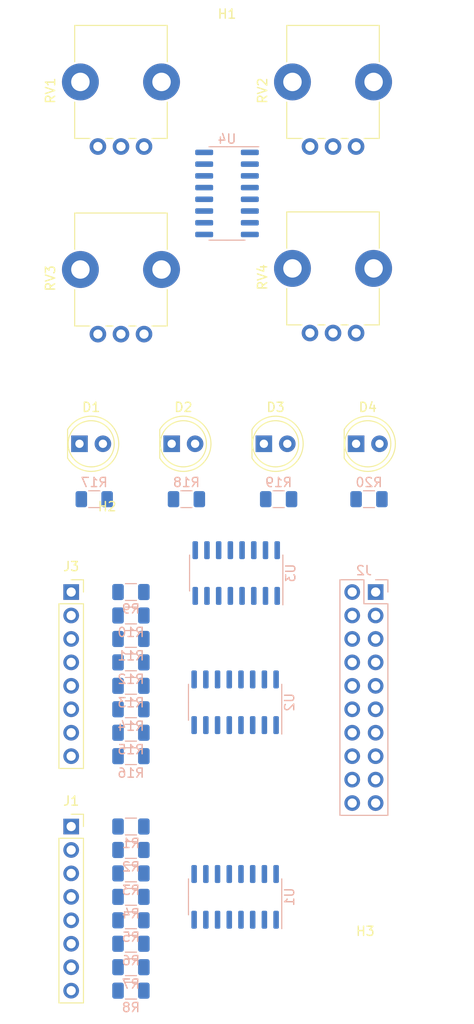
<source format=kicad_pcb>
(kicad_pcb (version 20171130) (host pcbnew "(5.1.6)-1")

  (general
    (thickness 1.6)
    (drawings 4)
    (tracks 0)
    (zones 0)
    (modules 38)
    (nets 66)
  )

  (page A4)
  (layers
    (0 F.Cu signal)
    (31 B.Cu signal)
    (32 B.Adhes user)
    (33 F.Adhes user)
    (34 B.Paste user)
    (35 F.Paste user)
    (36 B.SilkS user)
    (37 F.SilkS user)
    (38 B.Mask user)
    (39 F.Mask user)
    (40 Dwgs.User user)
    (41 Cmts.User user)
    (42 Eco1.User user)
    (43 Eco2.User user)
    (44 Edge.Cuts user)
    (45 Margin user)
    (46 B.CrtYd user)
    (47 F.CrtYd user)
    (48 B.Fab user)
    (49 F.Fab user)
  )

  (setup
    (last_trace_width 0.25)
    (user_trace_width 0.5)
    (trace_clearance 0.2)
    (zone_clearance 0.508)
    (zone_45_only no)
    (trace_min 0.2)
    (via_size 0.8)
    (via_drill 0.4)
    (via_min_size 0.4)
    (via_min_drill 0.3)
    (uvia_size 0.3)
    (uvia_drill 0.1)
    (uvias_allowed no)
    (uvia_min_size 0.2)
    (uvia_min_drill 0.1)
    (edge_width 0.05)
    (segment_width 0.2)
    (pcb_text_width 0.3)
    (pcb_text_size 1.5 1.5)
    (mod_edge_width 0.12)
    (mod_text_size 1 1)
    (mod_text_width 0.15)
    (pad_size 1.524 1.524)
    (pad_drill 0.762)
    (pad_to_mask_clearance 0.05)
    (aux_axis_origin 0 0)
    (visible_elements FFFFFF7F)
    (pcbplotparams
      (layerselection 0x010fc_ffffffff)
      (usegerberextensions false)
      (usegerberattributes true)
      (usegerberadvancedattributes true)
      (creategerberjobfile true)
      (excludeedgelayer true)
      (linewidth 0.100000)
      (plotframeref false)
      (viasonmask false)
      (mode 1)
      (useauxorigin false)
      (hpglpennumber 1)
      (hpglpenspeed 20)
      (hpglpendiameter 15.000000)
      (psnegative false)
      (psa4output false)
      (plotreference true)
      (plotvalue true)
      (plotinvisibletext false)
      (padsonsilk false)
      (subtractmaskfromsilk false)
      (outputformat 1)
      (mirror false)
      (drillshape 1)
      (scaleselection 1)
      (outputdirectory ""))
  )

  (net 0 "")
  (net 1 "Net-(D1-Pad2)")
  (net 2 GND)
  (net 3 "Net-(D2-Pad2)")
  (net 4 "Net-(D3-Pad2)")
  (net 5 "Net-(D4-Pad2)")
  (net 6 "Net-(J1-Pad8)")
  (net 7 "Net-(J1-Pad7)")
  (net 8 "Net-(J1-Pad6)")
  (net 9 "Net-(J1-Pad5)")
  (net 10 "Net-(J1-Pad4)")
  (net 11 "Net-(J1-Pad3)")
  (net 12 "Net-(J1-Pad2)")
  (net 13 "Net-(J1-Pad1)")
  (net 14 VCC)
  (net 15 "Net-(J2-Pad19)")
  (net 16 /ANA_OUT)
  (net 17 /ANA_CHAN2)
  (net 18 /ANA_CHAN1)
  (net 19 /ANA_CHAN0)
  (net 20 /LED_DATA_OUT)
  (net 21 /LED_LATCH)
  (net 22 /LED_CLOCK)
  (net 23 /LED_DATA_IN)
  (net 24 /IN_DATA_IN)
  (net 25 /IN_CLOCK_ENABLE)
  (net 26 /IN_CLOCK)
  (net 27 /IN_LOAD)
  (net 28 /IN_DATA_OUT)
  (net 29 /OUT_DATA_OUT)
  (net 30 /OUT_LATCH)
  (net 31 /OUT_CLOCK)
  (net 32 /OUT_DATA_IN)
  (net 33 "Net-(J3-Pad8)")
  (net 34 "Net-(J3-Pad7)")
  (net 35 "Net-(J3-Pad6)")
  (net 36 "Net-(J3-Pad5)")
  (net 37 "Net-(J3-Pad4)")
  (net 38 "Net-(J3-Pad3)")
  (net 39 "Net-(J3-Pad2)")
  (net 40 "Net-(J3-Pad1)")
  (net 41 "Net-(R1-Pad2)")
  (net 42 "Net-(R2-Pad2)")
  (net 43 "Net-(R3-Pad2)")
  (net 44 "Net-(R4-Pad2)")
  (net 45 "Net-(R5-Pad2)")
  (net 46 "Net-(R6-Pad2)")
  (net 47 "Net-(R7-Pad2)")
  (net 48 "Net-(R8-Pad2)")
  (net 49 "Net-(R17-Pad2)")
  (net 50 "Net-(R18-Pad2)")
  (net 51 "Net-(R19-Pad2)")
  (net 52 "Net-(R20-Pad2)")
  (net 53 /POT1)
  (net 54 /POT2)
  (net 55 /POT3)
  (net 56 /POT4)
  (net 57 "Net-(U2-Pad7)")
  (net 58 "Net-(U3-Pad7)")
  (net 59 "Net-(U3-Pad6)")
  (net 60 "Net-(U3-Pad5)")
  (net 61 "Net-(U3-Pad4)")
  (net 62 "Net-(U4-Pad5)")
  (net 63 "Net-(U4-Pad4)")
  (net 64 "Net-(U4-Pad2)")
  (net 65 "Net-(U4-Pad1)")

  (net_class Default "This is the default net class."
    (clearance 0.2)
    (trace_width 0.25)
    (via_dia 0.8)
    (via_drill 0.4)
    (uvia_dia 0.3)
    (uvia_drill 0.1)
    (add_net /ANA_CHAN0)
    (add_net /ANA_CHAN1)
    (add_net /ANA_CHAN2)
    (add_net /ANA_OUT)
    (add_net /IN_CLOCK)
    (add_net /IN_CLOCK_ENABLE)
    (add_net /IN_DATA_IN)
    (add_net /IN_DATA_OUT)
    (add_net /IN_LOAD)
    (add_net /LED_CLOCK)
    (add_net /LED_DATA_IN)
    (add_net /LED_DATA_OUT)
    (add_net /LED_LATCH)
    (add_net /OUT_CLOCK)
    (add_net /OUT_DATA_IN)
    (add_net /OUT_DATA_OUT)
    (add_net /OUT_LATCH)
    (add_net /POT1)
    (add_net /POT2)
    (add_net /POT3)
    (add_net /POT4)
    (add_net GND)
    (add_net "Net-(D1-Pad2)")
    (add_net "Net-(D2-Pad2)")
    (add_net "Net-(D3-Pad2)")
    (add_net "Net-(D4-Pad2)")
    (add_net "Net-(J1-Pad1)")
    (add_net "Net-(J1-Pad2)")
    (add_net "Net-(J1-Pad3)")
    (add_net "Net-(J1-Pad4)")
    (add_net "Net-(J1-Pad5)")
    (add_net "Net-(J1-Pad6)")
    (add_net "Net-(J1-Pad7)")
    (add_net "Net-(J1-Pad8)")
    (add_net "Net-(J2-Pad19)")
    (add_net "Net-(J3-Pad1)")
    (add_net "Net-(J3-Pad2)")
    (add_net "Net-(J3-Pad3)")
    (add_net "Net-(J3-Pad4)")
    (add_net "Net-(J3-Pad5)")
    (add_net "Net-(J3-Pad6)")
    (add_net "Net-(J3-Pad7)")
    (add_net "Net-(J3-Pad8)")
    (add_net "Net-(R1-Pad2)")
    (add_net "Net-(R17-Pad2)")
    (add_net "Net-(R18-Pad2)")
    (add_net "Net-(R19-Pad2)")
    (add_net "Net-(R2-Pad2)")
    (add_net "Net-(R20-Pad2)")
    (add_net "Net-(R3-Pad2)")
    (add_net "Net-(R4-Pad2)")
    (add_net "Net-(R5-Pad2)")
    (add_net "Net-(R6-Pad2)")
    (add_net "Net-(R7-Pad2)")
    (add_net "Net-(R8-Pad2)")
    (add_net "Net-(U2-Pad7)")
    (add_net "Net-(U3-Pad4)")
    (add_net "Net-(U3-Pad5)")
    (add_net "Net-(U3-Pad6)")
    (add_net "Net-(U3-Pad7)")
    (add_net "Net-(U4-Pad1)")
    (add_net "Net-(U4-Pad2)")
    (add_net "Net-(U4-Pad4)")
    (add_net "Net-(U4-Pad5)")
    (add_net VCC)
  )

  (module Package_SO:SOIC-16_3.9x9.9mm_P1.27mm (layer B.Cu) (tedit 5D9F72B1) (tstamp 60269B44)
    (at 55 55.88 180)
    (descr "SOIC, 16 Pin (JEDEC MS-012AC, https://www.analog.com/media/en/package-pcb-resources/package/pkg_pdf/soic_narrow-r/r_16.pdf), generated with kicad-footprint-generator ipc_gullwing_generator.py")
    (tags "SOIC SO")
    (path /60278B90)
    (attr smd)
    (fp_text reference U4 (at 0 5.9) (layer B.SilkS)
      (effects (font (size 1 1) (thickness 0.15)) (justify mirror))
    )
    (fp_text value 4051 (at 0 -5.9) (layer B.Fab)
      (effects (font (size 1 1) (thickness 0.15)) (justify mirror))
    )
    (fp_text user %R (at 0 0) (layer B.Fab)
      (effects (font (size 0.98 0.98) (thickness 0.15)) (justify mirror))
    )
    (fp_line (start 0 -5.06) (end 1.95 -5.06) (layer B.SilkS) (width 0.12))
    (fp_line (start 0 -5.06) (end -1.95 -5.06) (layer B.SilkS) (width 0.12))
    (fp_line (start 0 5.06) (end 1.95 5.06) (layer B.SilkS) (width 0.12))
    (fp_line (start 0 5.06) (end -3.45 5.06) (layer B.SilkS) (width 0.12))
    (fp_line (start -0.975 4.95) (end 1.95 4.95) (layer B.Fab) (width 0.1))
    (fp_line (start 1.95 4.95) (end 1.95 -4.95) (layer B.Fab) (width 0.1))
    (fp_line (start 1.95 -4.95) (end -1.95 -4.95) (layer B.Fab) (width 0.1))
    (fp_line (start -1.95 -4.95) (end -1.95 3.975) (layer B.Fab) (width 0.1))
    (fp_line (start -1.95 3.975) (end -0.975 4.95) (layer B.Fab) (width 0.1))
    (fp_line (start -3.7 5.2) (end -3.7 -5.2) (layer B.CrtYd) (width 0.05))
    (fp_line (start -3.7 -5.2) (end 3.7 -5.2) (layer B.CrtYd) (width 0.05))
    (fp_line (start 3.7 -5.2) (end 3.7 5.2) (layer B.CrtYd) (width 0.05))
    (fp_line (start 3.7 5.2) (end -3.7 5.2) (layer B.CrtYd) (width 0.05))
    (pad 16 smd roundrect (at 2.475 4.445 180) (size 1.95 0.6) (layers B.Cu B.Paste B.Mask) (roundrect_rratio 0.25)
      (net 14 VCC))
    (pad 15 smd roundrect (at 2.475 3.175 180) (size 1.95 0.6) (layers B.Cu B.Paste B.Mask) (roundrect_rratio 0.25)
      (net 55 /POT3))
    (pad 14 smd roundrect (at 2.475 1.905 180) (size 1.95 0.6) (layers B.Cu B.Paste B.Mask) (roundrect_rratio 0.25)
      (net 54 /POT2))
    (pad 13 smd roundrect (at 2.475 0.635 180) (size 1.95 0.6) (layers B.Cu B.Paste B.Mask) (roundrect_rratio 0.25)
      (net 53 /POT1))
    (pad 12 smd roundrect (at 2.475 -0.635 180) (size 1.95 0.6) (layers B.Cu B.Paste B.Mask) (roundrect_rratio 0.25)
      (net 56 /POT4))
    (pad 11 smd roundrect (at 2.475 -1.905 180) (size 1.95 0.6) (layers B.Cu B.Paste B.Mask) (roundrect_rratio 0.25)
      (net 19 /ANA_CHAN0))
    (pad 10 smd roundrect (at 2.475 -3.175 180) (size 1.95 0.6) (layers B.Cu B.Paste B.Mask) (roundrect_rratio 0.25)
      (net 18 /ANA_CHAN1))
    (pad 9 smd roundrect (at 2.475 -4.445 180) (size 1.95 0.6) (layers B.Cu B.Paste B.Mask) (roundrect_rratio 0.25)
      (net 17 /ANA_CHAN2))
    (pad 8 smd roundrect (at -2.475 -4.445 180) (size 1.95 0.6) (layers B.Cu B.Paste B.Mask) (roundrect_rratio 0.25)
      (net 2 GND))
    (pad 7 smd roundrect (at -2.475 -3.175 180) (size 1.95 0.6) (layers B.Cu B.Paste B.Mask) (roundrect_rratio 0.25)
      (net 2 GND))
    (pad 6 smd roundrect (at -2.475 -1.905 180) (size 1.95 0.6) (layers B.Cu B.Paste B.Mask) (roundrect_rratio 0.25)
      (net 2 GND))
    (pad 5 smd roundrect (at -2.475 -0.635 180) (size 1.95 0.6) (layers B.Cu B.Paste B.Mask) (roundrect_rratio 0.25)
      (net 62 "Net-(U4-Pad5)"))
    (pad 4 smd roundrect (at -2.475 0.635 180) (size 1.95 0.6) (layers B.Cu B.Paste B.Mask) (roundrect_rratio 0.25)
      (net 63 "Net-(U4-Pad4)"))
    (pad 3 smd roundrect (at -2.475 1.905 180) (size 1.95 0.6) (layers B.Cu B.Paste B.Mask) (roundrect_rratio 0.25)
      (net 16 /ANA_OUT))
    (pad 2 smd roundrect (at -2.475 3.175 180) (size 1.95 0.6) (layers B.Cu B.Paste B.Mask) (roundrect_rratio 0.25)
      (net 64 "Net-(U4-Pad2)"))
    (pad 1 smd roundrect (at -2.475 4.445 180) (size 1.95 0.6) (layers B.Cu B.Paste B.Mask) (roundrect_rratio 0.25)
      (net 65 "Net-(U4-Pad1)"))
    (model ${KISYS3DMOD}/Package_SO.3dshapes/SOIC-16_3.9x9.9mm_P1.27mm.wrl
      (at (xyz 0 0 0))
      (scale (xyz 1 1 1))
      (rotate (xyz 0 0 0))
    )
  )

  (module Package_SO:SOIC-16_3.9x9.9mm_P1.27mm (layer B.Cu) (tedit 5D9F72B1) (tstamp 60269B18)
    (at 56 97 90)
    (descr "SOIC, 16 Pin (JEDEC MS-012AC, https://www.analog.com/media/en/package-pcb-resources/package/pkg_pdf/soic_narrow-r/r_16.pdf), generated with kicad-footprint-generator ipc_gullwing_generator.py")
    (tags "SOIC SO")
    (path /60278C00)
    (attr smd)
    (fp_text reference U3 (at 0 5.9 90) (layer B.SilkS)
      (effects (font (size 1 1) (thickness 0.15)) (justify mirror))
    )
    (fp_text value 74HC595 (at 0 -5.9 90) (layer B.Fab)
      (effects (font (size 1 1) (thickness 0.15)) (justify mirror))
    )
    (fp_text user %R (at 0 0 90) (layer B.Fab)
      (effects (font (size 0.98 0.98) (thickness 0.15)) (justify mirror))
    )
    (fp_line (start 0 -5.06) (end 1.95 -5.06) (layer B.SilkS) (width 0.12))
    (fp_line (start 0 -5.06) (end -1.95 -5.06) (layer B.SilkS) (width 0.12))
    (fp_line (start 0 5.06) (end 1.95 5.06) (layer B.SilkS) (width 0.12))
    (fp_line (start 0 5.06) (end -3.45 5.06) (layer B.SilkS) (width 0.12))
    (fp_line (start -0.975 4.95) (end 1.95 4.95) (layer B.Fab) (width 0.1))
    (fp_line (start 1.95 4.95) (end 1.95 -4.95) (layer B.Fab) (width 0.1))
    (fp_line (start 1.95 -4.95) (end -1.95 -4.95) (layer B.Fab) (width 0.1))
    (fp_line (start -1.95 -4.95) (end -1.95 3.975) (layer B.Fab) (width 0.1))
    (fp_line (start -1.95 3.975) (end -0.975 4.95) (layer B.Fab) (width 0.1))
    (fp_line (start -3.7 5.2) (end -3.7 -5.2) (layer B.CrtYd) (width 0.05))
    (fp_line (start -3.7 -5.2) (end 3.7 -5.2) (layer B.CrtYd) (width 0.05))
    (fp_line (start 3.7 -5.2) (end 3.7 5.2) (layer B.CrtYd) (width 0.05))
    (fp_line (start 3.7 5.2) (end -3.7 5.2) (layer B.CrtYd) (width 0.05))
    (pad 16 smd roundrect (at 2.475 4.445 90) (size 1.95 0.6) (layers B.Cu B.Paste B.Mask) (roundrect_rratio 0.25)
      (net 14 VCC))
    (pad 15 smd roundrect (at 2.475 3.175 90) (size 1.95 0.6) (layers B.Cu B.Paste B.Mask) (roundrect_rratio 0.25)
      (net 49 "Net-(R17-Pad2)"))
    (pad 14 smd roundrect (at 2.475 1.905 90) (size 1.95 0.6) (layers B.Cu B.Paste B.Mask) (roundrect_rratio 0.25)
      (net 23 /LED_DATA_IN))
    (pad 13 smd roundrect (at 2.475 0.635 90) (size 1.95 0.6) (layers B.Cu B.Paste B.Mask) (roundrect_rratio 0.25)
      (net 2 GND))
    (pad 12 smd roundrect (at 2.475 -0.635 90) (size 1.95 0.6) (layers B.Cu B.Paste B.Mask) (roundrect_rratio 0.25)
      (net 21 /LED_LATCH))
    (pad 11 smd roundrect (at 2.475 -1.905 90) (size 1.95 0.6) (layers B.Cu B.Paste B.Mask) (roundrect_rratio 0.25)
      (net 22 /LED_CLOCK))
    (pad 10 smd roundrect (at 2.475 -3.175 90) (size 1.95 0.6) (layers B.Cu B.Paste B.Mask) (roundrect_rratio 0.25)
      (net 14 VCC))
    (pad 9 smd roundrect (at 2.475 -4.445 90) (size 1.95 0.6) (layers B.Cu B.Paste B.Mask) (roundrect_rratio 0.25)
      (net 20 /LED_DATA_OUT))
    (pad 8 smd roundrect (at -2.475 -4.445 90) (size 1.95 0.6) (layers B.Cu B.Paste B.Mask) (roundrect_rratio 0.25)
      (net 2 GND))
    (pad 7 smd roundrect (at -2.475 -3.175 90) (size 1.95 0.6) (layers B.Cu B.Paste B.Mask) (roundrect_rratio 0.25)
      (net 58 "Net-(U3-Pad7)"))
    (pad 6 smd roundrect (at -2.475 -1.905 90) (size 1.95 0.6) (layers B.Cu B.Paste B.Mask) (roundrect_rratio 0.25)
      (net 59 "Net-(U3-Pad6)"))
    (pad 5 smd roundrect (at -2.475 -0.635 90) (size 1.95 0.6) (layers B.Cu B.Paste B.Mask) (roundrect_rratio 0.25)
      (net 60 "Net-(U3-Pad5)"))
    (pad 4 smd roundrect (at -2.475 0.635 90) (size 1.95 0.6) (layers B.Cu B.Paste B.Mask) (roundrect_rratio 0.25)
      (net 61 "Net-(U3-Pad4)"))
    (pad 3 smd roundrect (at -2.475 1.905 90) (size 1.95 0.6) (layers B.Cu B.Paste B.Mask) (roundrect_rratio 0.25)
      (net 52 "Net-(R20-Pad2)"))
    (pad 2 smd roundrect (at -2.475 3.175 90) (size 1.95 0.6) (layers B.Cu B.Paste B.Mask) (roundrect_rratio 0.25)
      (net 51 "Net-(R19-Pad2)"))
    (pad 1 smd roundrect (at -2.475 4.445 90) (size 1.95 0.6) (layers B.Cu B.Paste B.Mask) (roundrect_rratio 0.25)
      (net 50 "Net-(R18-Pad2)"))
    (model ${KISYS3DMOD}/Package_SO.3dshapes/SOIC-16_3.9x9.9mm_P1.27mm.wrl
      (at (xyz 0 0 0))
      (scale (xyz 1 1 1))
      (rotate (xyz 0 0 0))
    )
  )

  (module Package_SO:SOIC-16_3.9x9.9mm_P1.27mm (layer B.Cu) (tedit 5D9F72B1) (tstamp 60269AEC)
    (at 55.88 111 90)
    (descr "SOIC, 16 Pin (JEDEC MS-012AC, https://www.analog.com/media/en/package-pcb-resources/package/pkg_pdf/soic_narrow-r/r_16.pdf), generated with kicad-footprint-generator ipc_gullwing_generator.py")
    (tags "SOIC SO")
    (path /60278A97)
    (attr smd)
    (fp_text reference U2 (at 0 5.9 90) (layer B.SilkS)
      (effects (font (size 1 1) (thickness 0.15)) (justify mirror))
    )
    (fp_text value 74HC165 (at 0 -5.9 90) (layer B.Fab)
      (effects (font (size 1 1) (thickness 0.15)) (justify mirror))
    )
    (fp_text user %R (at 0 0 90) (layer B.Fab)
      (effects (font (size 0.98 0.98) (thickness 0.15)) (justify mirror))
    )
    (fp_line (start 0 -5.06) (end 1.95 -5.06) (layer B.SilkS) (width 0.12))
    (fp_line (start 0 -5.06) (end -1.95 -5.06) (layer B.SilkS) (width 0.12))
    (fp_line (start 0 5.06) (end 1.95 5.06) (layer B.SilkS) (width 0.12))
    (fp_line (start 0 5.06) (end -3.45 5.06) (layer B.SilkS) (width 0.12))
    (fp_line (start -0.975 4.95) (end 1.95 4.95) (layer B.Fab) (width 0.1))
    (fp_line (start 1.95 4.95) (end 1.95 -4.95) (layer B.Fab) (width 0.1))
    (fp_line (start 1.95 -4.95) (end -1.95 -4.95) (layer B.Fab) (width 0.1))
    (fp_line (start -1.95 -4.95) (end -1.95 3.975) (layer B.Fab) (width 0.1))
    (fp_line (start -1.95 3.975) (end -0.975 4.95) (layer B.Fab) (width 0.1))
    (fp_line (start -3.7 5.2) (end -3.7 -5.2) (layer B.CrtYd) (width 0.05))
    (fp_line (start -3.7 -5.2) (end 3.7 -5.2) (layer B.CrtYd) (width 0.05))
    (fp_line (start 3.7 -5.2) (end 3.7 5.2) (layer B.CrtYd) (width 0.05))
    (fp_line (start 3.7 5.2) (end -3.7 5.2) (layer B.CrtYd) (width 0.05))
    (pad 16 smd roundrect (at 2.475 4.445 90) (size 1.95 0.6) (layers B.Cu B.Paste B.Mask) (roundrect_rratio 0.25)
      (net 14 VCC))
    (pad 15 smd roundrect (at 2.475 3.175 90) (size 1.95 0.6) (layers B.Cu B.Paste B.Mask) (roundrect_rratio 0.25)
      (net 25 /IN_CLOCK_ENABLE))
    (pad 14 smd roundrect (at 2.475 1.905 90) (size 1.95 0.6) (layers B.Cu B.Paste B.Mask) (roundrect_rratio 0.25)
      (net 37 "Net-(J3-Pad4)"))
    (pad 13 smd roundrect (at 2.475 0.635 90) (size 1.95 0.6) (layers B.Cu B.Paste B.Mask) (roundrect_rratio 0.25)
      (net 38 "Net-(J3-Pad3)"))
    (pad 12 smd roundrect (at 2.475 -0.635 90) (size 1.95 0.6) (layers B.Cu B.Paste B.Mask) (roundrect_rratio 0.25)
      (net 39 "Net-(J3-Pad2)"))
    (pad 11 smd roundrect (at 2.475 -1.905 90) (size 1.95 0.6) (layers B.Cu B.Paste B.Mask) (roundrect_rratio 0.25)
      (net 40 "Net-(J3-Pad1)"))
    (pad 10 smd roundrect (at 2.475 -3.175 90) (size 1.95 0.6) (layers B.Cu B.Paste B.Mask) (roundrect_rratio 0.25)
      (net 28 /IN_DATA_OUT))
    (pad 9 smd roundrect (at 2.475 -4.445 90) (size 1.95 0.6) (layers B.Cu B.Paste B.Mask) (roundrect_rratio 0.25)
      (net 24 /IN_DATA_IN))
    (pad 8 smd roundrect (at -2.475 -4.445 90) (size 1.95 0.6) (layers B.Cu B.Paste B.Mask) (roundrect_rratio 0.25)
      (net 2 GND))
    (pad 7 smd roundrect (at -2.475 -3.175 90) (size 1.95 0.6) (layers B.Cu B.Paste B.Mask) (roundrect_rratio 0.25)
      (net 57 "Net-(U2-Pad7)"))
    (pad 6 smd roundrect (at -2.475 -1.905 90) (size 1.95 0.6) (layers B.Cu B.Paste B.Mask) (roundrect_rratio 0.25)
      (net 33 "Net-(J3-Pad8)"))
    (pad 5 smd roundrect (at -2.475 -0.635 90) (size 1.95 0.6) (layers B.Cu B.Paste B.Mask) (roundrect_rratio 0.25)
      (net 34 "Net-(J3-Pad7)"))
    (pad 4 smd roundrect (at -2.475 0.635 90) (size 1.95 0.6) (layers B.Cu B.Paste B.Mask) (roundrect_rratio 0.25)
      (net 35 "Net-(J3-Pad6)"))
    (pad 3 smd roundrect (at -2.475 1.905 90) (size 1.95 0.6) (layers B.Cu B.Paste B.Mask) (roundrect_rratio 0.25)
      (net 36 "Net-(J3-Pad5)"))
    (pad 2 smd roundrect (at -2.475 3.175 90) (size 1.95 0.6) (layers B.Cu B.Paste B.Mask) (roundrect_rratio 0.25)
      (net 26 /IN_CLOCK))
    (pad 1 smd roundrect (at -2.475 4.445 90) (size 1.95 0.6) (layers B.Cu B.Paste B.Mask) (roundrect_rratio 0.25)
      (net 27 /IN_LOAD))
    (model ${KISYS3DMOD}/Package_SO.3dshapes/SOIC-16_3.9x9.9mm_P1.27mm.wrl
      (at (xyz 0 0 0))
      (scale (xyz 1 1 1))
      (rotate (xyz 0 0 0))
    )
  )

  (module Package_SO:SOIC-16_3.9x9.9mm_P1.27mm (layer B.Cu) (tedit 5D9F72B1) (tstamp 60269AC0)
    (at 55.88 132.08 90)
    (descr "SOIC, 16 Pin (JEDEC MS-012AC, https://www.analog.com/media/en/package-pcb-resources/package/pkg_pdf/soic_narrow-r/r_16.pdf), generated with kicad-footprint-generator ipc_gullwing_generator.py")
    (tags "SOIC SO")
    (path /60278A9D)
    (attr smd)
    (fp_text reference U1 (at 0 5.9 90) (layer B.SilkS)
      (effects (font (size 1 1) (thickness 0.15)) (justify mirror))
    )
    (fp_text value 74HC595 (at 0 -5.9 90) (layer B.Fab)
      (effects (font (size 1 1) (thickness 0.15)) (justify mirror))
    )
    (fp_text user %R (at 0 0 90) (layer B.Fab)
      (effects (font (size 0.98 0.98) (thickness 0.15)) (justify mirror))
    )
    (fp_line (start 0 -5.06) (end 1.95 -5.06) (layer B.SilkS) (width 0.12))
    (fp_line (start 0 -5.06) (end -1.95 -5.06) (layer B.SilkS) (width 0.12))
    (fp_line (start 0 5.06) (end 1.95 5.06) (layer B.SilkS) (width 0.12))
    (fp_line (start 0 5.06) (end -3.45 5.06) (layer B.SilkS) (width 0.12))
    (fp_line (start -0.975 4.95) (end 1.95 4.95) (layer B.Fab) (width 0.1))
    (fp_line (start 1.95 4.95) (end 1.95 -4.95) (layer B.Fab) (width 0.1))
    (fp_line (start 1.95 -4.95) (end -1.95 -4.95) (layer B.Fab) (width 0.1))
    (fp_line (start -1.95 -4.95) (end -1.95 3.975) (layer B.Fab) (width 0.1))
    (fp_line (start -1.95 3.975) (end -0.975 4.95) (layer B.Fab) (width 0.1))
    (fp_line (start -3.7 5.2) (end -3.7 -5.2) (layer B.CrtYd) (width 0.05))
    (fp_line (start -3.7 -5.2) (end 3.7 -5.2) (layer B.CrtYd) (width 0.05))
    (fp_line (start 3.7 -5.2) (end 3.7 5.2) (layer B.CrtYd) (width 0.05))
    (fp_line (start 3.7 5.2) (end -3.7 5.2) (layer B.CrtYd) (width 0.05))
    (pad 16 smd roundrect (at 2.475 4.445 90) (size 1.95 0.6) (layers B.Cu B.Paste B.Mask) (roundrect_rratio 0.25)
      (net 14 VCC))
    (pad 15 smd roundrect (at 2.475 3.175 90) (size 1.95 0.6) (layers B.Cu B.Paste B.Mask) (roundrect_rratio 0.25)
      (net 41 "Net-(R1-Pad2)"))
    (pad 14 smd roundrect (at 2.475 1.905 90) (size 1.95 0.6) (layers B.Cu B.Paste B.Mask) (roundrect_rratio 0.25)
      (net 32 /OUT_DATA_IN))
    (pad 13 smd roundrect (at 2.475 0.635 90) (size 1.95 0.6) (layers B.Cu B.Paste B.Mask) (roundrect_rratio 0.25)
      (net 2 GND))
    (pad 12 smd roundrect (at 2.475 -0.635 90) (size 1.95 0.6) (layers B.Cu B.Paste B.Mask) (roundrect_rratio 0.25)
      (net 30 /OUT_LATCH))
    (pad 11 smd roundrect (at 2.475 -1.905 90) (size 1.95 0.6) (layers B.Cu B.Paste B.Mask) (roundrect_rratio 0.25)
      (net 31 /OUT_CLOCK))
    (pad 10 smd roundrect (at 2.475 -3.175 90) (size 1.95 0.6) (layers B.Cu B.Paste B.Mask) (roundrect_rratio 0.25)
      (net 14 VCC))
    (pad 9 smd roundrect (at 2.475 -4.445 90) (size 1.95 0.6) (layers B.Cu B.Paste B.Mask) (roundrect_rratio 0.25)
      (net 29 /OUT_DATA_OUT))
    (pad 8 smd roundrect (at -2.475 -4.445 90) (size 1.95 0.6) (layers B.Cu B.Paste B.Mask) (roundrect_rratio 0.25)
      (net 2 GND))
    (pad 7 smd roundrect (at -2.475 -3.175 90) (size 1.95 0.6) (layers B.Cu B.Paste B.Mask) (roundrect_rratio 0.25)
      (net 48 "Net-(R8-Pad2)"))
    (pad 6 smd roundrect (at -2.475 -1.905 90) (size 1.95 0.6) (layers B.Cu B.Paste B.Mask) (roundrect_rratio 0.25)
      (net 47 "Net-(R7-Pad2)"))
    (pad 5 smd roundrect (at -2.475 -0.635 90) (size 1.95 0.6) (layers B.Cu B.Paste B.Mask) (roundrect_rratio 0.25)
      (net 46 "Net-(R6-Pad2)"))
    (pad 4 smd roundrect (at -2.475 0.635 90) (size 1.95 0.6) (layers B.Cu B.Paste B.Mask) (roundrect_rratio 0.25)
      (net 45 "Net-(R5-Pad2)"))
    (pad 3 smd roundrect (at -2.475 1.905 90) (size 1.95 0.6) (layers B.Cu B.Paste B.Mask) (roundrect_rratio 0.25)
      (net 44 "Net-(R4-Pad2)"))
    (pad 2 smd roundrect (at -2.475 3.175 90) (size 1.95 0.6) (layers B.Cu B.Paste B.Mask) (roundrect_rratio 0.25)
      (net 43 "Net-(R3-Pad2)"))
    (pad 1 smd roundrect (at -2.475 4.445 90) (size 1.95 0.6) (layers B.Cu B.Paste B.Mask) (roundrect_rratio 0.25)
      (net 42 "Net-(R2-Pad2)"))
    (model ${KISYS3DMOD}/Package_SO.3dshapes/SOIC-16_3.9x9.9mm_P1.27mm.wrl
      (at (xyz 0 0 0))
      (scale (xyz 1 1 1))
      (rotate (xyz 0 0 0))
    )
  )

  (module Resistor_SMD:R_1206_3216Metric (layer B.Cu) (tedit 5B301BBD) (tstamp 60269A24)
    (at 70.4 89 180)
    (descr "Resistor SMD 1206 (3216 Metric), square (rectangular) end terminal, IPC_7351 nominal, (Body size source: http://www.tortai-tech.com/upload/download/2011102023233369053.pdf), generated with kicad-footprint-generator")
    (tags resistor)
    (path /60278C06)
    (attr smd)
    (fp_text reference R20 (at 0 1.82) (layer B.SilkS)
      (effects (font (size 1 1) (thickness 0.15)) (justify mirror))
    )
    (fp_text value 220 (at 0 -1.82) (layer B.Fab)
      (effects (font (size 1 1) (thickness 0.15)) (justify mirror))
    )
    (fp_text user %R (at 0 0) (layer B.Fab)
      (effects (font (size 0.8 0.8) (thickness 0.12)) (justify mirror))
    )
    (fp_line (start -1.6 -0.8) (end -1.6 0.8) (layer B.Fab) (width 0.1))
    (fp_line (start -1.6 0.8) (end 1.6 0.8) (layer B.Fab) (width 0.1))
    (fp_line (start 1.6 0.8) (end 1.6 -0.8) (layer B.Fab) (width 0.1))
    (fp_line (start 1.6 -0.8) (end -1.6 -0.8) (layer B.Fab) (width 0.1))
    (fp_line (start -0.602064 0.91) (end 0.602064 0.91) (layer B.SilkS) (width 0.12))
    (fp_line (start -0.602064 -0.91) (end 0.602064 -0.91) (layer B.SilkS) (width 0.12))
    (fp_line (start -2.28 -1.12) (end -2.28 1.12) (layer B.CrtYd) (width 0.05))
    (fp_line (start -2.28 1.12) (end 2.28 1.12) (layer B.CrtYd) (width 0.05))
    (fp_line (start 2.28 1.12) (end 2.28 -1.12) (layer B.CrtYd) (width 0.05))
    (fp_line (start 2.28 -1.12) (end -2.28 -1.12) (layer B.CrtYd) (width 0.05))
    (pad 2 smd roundrect (at 1.4 0 180) (size 1.25 1.75) (layers B.Cu B.Paste B.Mask) (roundrect_rratio 0.2)
      (net 52 "Net-(R20-Pad2)"))
    (pad 1 smd roundrect (at -1.4 0 180) (size 1.25 1.75) (layers B.Cu B.Paste B.Mask) (roundrect_rratio 0.2)
      (net 5 "Net-(D4-Pad2)"))
    (model ${KISYS3DMOD}/Resistor_SMD.3dshapes/R_1206_3216Metric.wrl
      (at (xyz 0 0 0))
      (scale (xyz 1 1 1))
      (rotate (xyz 0 0 0))
    )
  )

  (module Resistor_SMD:R_1206_3216Metric (layer B.Cu) (tedit 5B301BBD) (tstamp 60269A0D)
    (at 60.6 89 180)
    (descr "Resistor SMD 1206 (3216 Metric), square (rectangular) end terminal, IPC_7351 nominal, (Body size source: http://www.tortai-tech.com/upload/download/2011102023233369053.pdf), generated with kicad-footprint-generator")
    (tags resistor)
    (path /60278C0C)
    (attr smd)
    (fp_text reference R19 (at 0 1.82) (layer B.SilkS)
      (effects (font (size 1 1) (thickness 0.15)) (justify mirror))
    )
    (fp_text value 220 (at 0 -1.82) (layer B.Fab)
      (effects (font (size 1 1) (thickness 0.15)) (justify mirror))
    )
    (fp_text user %R (at 0 0) (layer B.Fab)
      (effects (font (size 0.8 0.8) (thickness 0.12)) (justify mirror))
    )
    (fp_line (start -1.6 -0.8) (end -1.6 0.8) (layer B.Fab) (width 0.1))
    (fp_line (start -1.6 0.8) (end 1.6 0.8) (layer B.Fab) (width 0.1))
    (fp_line (start 1.6 0.8) (end 1.6 -0.8) (layer B.Fab) (width 0.1))
    (fp_line (start 1.6 -0.8) (end -1.6 -0.8) (layer B.Fab) (width 0.1))
    (fp_line (start -0.602064 0.91) (end 0.602064 0.91) (layer B.SilkS) (width 0.12))
    (fp_line (start -0.602064 -0.91) (end 0.602064 -0.91) (layer B.SilkS) (width 0.12))
    (fp_line (start -2.28 -1.12) (end -2.28 1.12) (layer B.CrtYd) (width 0.05))
    (fp_line (start -2.28 1.12) (end 2.28 1.12) (layer B.CrtYd) (width 0.05))
    (fp_line (start 2.28 1.12) (end 2.28 -1.12) (layer B.CrtYd) (width 0.05))
    (fp_line (start 2.28 -1.12) (end -2.28 -1.12) (layer B.CrtYd) (width 0.05))
    (pad 2 smd roundrect (at 1.4 0 180) (size 1.25 1.75) (layers B.Cu B.Paste B.Mask) (roundrect_rratio 0.2)
      (net 51 "Net-(R19-Pad2)"))
    (pad 1 smd roundrect (at -1.4 0 180) (size 1.25 1.75) (layers B.Cu B.Paste B.Mask) (roundrect_rratio 0.2)
      (net 4 "Net-(D3-Pad2)"))
    (model ${KISYS3DMOD}/Resistor_SMD.3dshapes/R_1206_3216Metric.wrl
      (at (xyz 0 0 0))
      (scale (xyz 1 1 1))
      (rotate (xyz 0 0 0))
    )
  )

  (module Resistor_SMD:R_1206_3216Metric (layer B.Cu) (tedit 5B301BBD) (tstamp 602699F6)
    (at 50.6 89 180)
    (descr "Resistor SMD 1206 (3216 Metric), square (rectangular) end terminal, IPC_7351 nominal, (Body size source: http://www.tortai-tech.com/upload/download/2011102023233369053.pdf), generated with kicad-footprint-generator")
    (tags resistor)
    (path /60278C12)
    (attr smd)
    (fp_text reference R18 (at 0 1.82) (layer B.SilkS)
      (effects (font (size 1 1) (thickness 0.15)) (justify mirror))
    )
    (fp_text value 220 (at 0 -1.82) (layer B.Fab)
      (effects (font (size 1 1) (thickness 0.15)) (justify mirror))
    )
    (fp_text user %R (at 0 0) (layer B.Fab)
      (effects (font (size 0.8 0.8) (thickness 0.12)) (justify mirror))
    )
    (fp_line (start -1.6 -0.8) (end -1.6 0.8) (layer B.Fab) (width 0.1))
    (fp_line (start -1.6 0.8) (end 1.6 0.8) (layer B.Fab) (width 0.1))
    (fp_line (start 1.6 0.8) (end 1.6 -0.8) (layer B.Fab) (width 0.1))
    (fp_line (start 1.6 -0.8) (end -1.6 -0.8) (layer B.Fab) (width 0.1))
    (fp_line (start -0.602064 0.91) (end 0.602064 0.91) (layer B.SilkS) (width 0.12))
    (fp_line (start -0.602064 -0.91) (end 0.602064 -0.91) (layer B.SilkS) (width 0.12))
    (fp_line (start -2.28 -1.12) (end -2.28 1.12) (layer B.CrtYd) (width 0.05))
    (fp_line (start -2.28 1.12) (end 2.28 1.12) (layer B.CrtYd) (width 0.05))
    (fp_line (start 2.28 1.12) (end 2.28 -1.12) (layer B.CrtYd) (width 0.05))
    (fp_line (start 2.28 -1.12) (end -2.28 -1.12) (layer B.CrtYd) (width 0.05))
    (pad 2 smd roundrect (at 1.4 0 180) (size 1.25 1.75) (layers B.Cu B.Paste B.Mask) (roundrect_rratio 0.2)
      (net 50 "Net-(R18-Pad2)"))
    (pad 1 smd roundrect (at -1.4 0 180) (size 1.25 1.75) (layers B.Cu B.Paste B.Mask) (roundrect_rratio 0.2)
      (net 3 "Net-(D2-Pad2)"))
    (model ${KISYS3DMOD}/Resistor_SMD.3dshapes/R_1206_3216Metric.wrl
      (at (xyz 0 0 0))
      (scale (xyz 1 1 1))
      (rotate (xyz 0 0 0))
    )
  )

  (module Resistor_SMD:R_1206_3216Metric (layer B.Cu) (tedit 5B301BBD) (tstamp 602699DF)
    (at 40.6 89 180)
    (descr "Resistor SMD 1206 (3216 Metric), square (rectangular) end terminal, IPC_7351 nominal, (Body size source: http://www.tortai-tech.com/upload/download/2011102023233369053.pdf), generated with kicad-footprint-generator")
    (tags resistor)
    (path /60278C18)
    (attr smd)
    (fp_text reference R17 (at 0 1.82) (layer B.SilkS)
      (effects (font (size 1 1) (thickness 0.15)) (justify mirror))
    )
    (fp_text value 220 (at 0 -1.82) (layer B.Fab)
      (effects (font (size 1 1) (thickness 0.15)) (justify mirror))
    )
    (fp_text user %R (at 0 0) (layer B.Fab)
      (effects (font (size 0.8 0.8) (thickness 0.12)) (justify mirror))
    )
    (fp_line (start -1.6 -0.8) (end -1.6 0.8) (layer B.Fab) (width 0.1))
    (fp_line (start -1.6 0.8) (end 1.6 0.8) (layer B.Fab) (width 0.1))
    (fp_line (start 1.6 0.8) (end 1.6 -0.8) (layer B.Fab) (width 0.1))
    (fp_line (start 1.6 -0.8) (end -1.6 -0.8) (layer B.Fab) (width 0.1))
    (fp_line (start -0.602064 0.91) (end 0.602064 0.91) (layer B.SilkS) (width 0.12))
    (fp_line (start -0.602064 -0.91) (end 0.602064 -0.91) (layer B.SilkS) (width 0.12))
    (fp_line (start -2.28 -1.12) (end -2.28 1.12) (layer B.CrtYd) (width 0.05))
    (fp_line (start -2.28 1.12) (end 2.28 1.12) (layer B.CrtYd) (width 0.05))
    (fp_line (start 2.28 1.12) (end 2.28 -1.12) (layer B.CrtYd) (width 0.05))
    (fp_line (start 2.28 -1.12) (end -2.28 -1.12) (layer B.CrtYd) (width 0.05))
    (pad 2 smd roundrect (at 1.4 0 180) (size 1.25 1.75) (layers B.Cu B.Paste B.Mask) (roundrect_rratio 0.2)
      (net 49 "Net-(R17-Pad2)"))
    (pad 1 smd roundrect (at -1.4 0 180) (size 1.25 1.75) (layers B.Cu B.Paste B.Mask) (roundrect_rratio 0.2)
      (net 1 "Net-(D1-Pad2)"))
    (model ${KISYS3DMOD}/Resistor_SMD.3dshapes/R_1206_3216Metric.wrl
      (at (xyz 0 0 0))
      (scale (xyz 1 1 1))
      (rotate (xyz 0 0 0))
    )
  )

  (module Resistor_SMD:R_1206_3216Metric (layer B.Cu) (tedit 5B301BBD) (tstamp 602699C8)
    (at 44.58 116.84)
    (descr "Resistor SMD 1206 (3216 Metric), square (rectangular) end terminal, IPC_7351 nominal, (Body size source: http://www.tortai-tech.com/upload/download/2011102023233369053.pdf), generated with kicad-footprint-generator")
    (tags resistor)
    (path /60278B32)
    (attr smd)
    (fp_text reference R16 (at 0 1.82) (layer B.SilkS)
      (effects (font (size 1 1) (thickness 0.15)) (justify mirror))
    )
    (fp_text value 47k (at 0 -1.82) (layer B.Fab)
      (effects (font (size 1 1) (thickness 0.15)) (justify mirror))
    )
    (fp_text user %R (at 0 0) (layer B.Fab)
      (effects (font (size 0.8 0.8) (thickness 0.12)) (justify mirror))
    )
    (fp_line (start -1.6 -0.8) (end -1.6 0.8) (layer B.Fab) (width 0.1))
    (fp_line (start -1.6 0.8) (end 1.6 0.8) (layer B.Fab) (width 0.1))
    (fp_line (start 1.6 0.8) (end 1.6 -0.8) (layer B.Fab) (width 0.1))
    (fp_line (start 1.6 -0.8) (end -1.6 -0.8) (layer B.Fab) (width 0.1))
    (fp_line (start -0.602064 0.91) (end 0.602064 0.91) (layer B.SilkS) (width 0.12))
    (fp_line (start -0.602064 -0.91) (end 0.602064 -0.91) (layer B.SilkS) (width 0.12))
    (fp_line (start -2.28 -1.12) (end -2.28 1.12) (layer B.CrtYd) (width 0.05))
    (fp_line (start -2.28 1.12) (end 2.28 1.12) (layer B.CrtYd) (width 0.05))
    (fp_line (start 2.28 1.12) (end 2.28 -1.12) (layer B.CrtYd) (width 0.05))
    (fp_line (start 2.28 -1.12) (end -2.28 -1.12) (layer B.CrtYd) (width 0.05))
    (pad 2 smd roundrect (at 1.4 0) (size 1.25 1.75) (layers B.Cu B.Paste B.Mask) (roundrect_rratio 0.2)
      (net 2 GND))
    (pad 1 smd roundrect (at -1.4 0) (size 1.25 1.75) (layers B.Cu B.Paste B.Mask) (roundrect_rratio 0.2)
      (net 33 "Net-(J3-Pad8)"))
    (model ${KISYS3DMOD}/Resistor_SMD.3dshapes/R_1206_3216Metric.wrl
      (at (xyz 0 0 0))
      (scale (xyz 1 1 1))
      (rotate (xyz 0 0 0))
    )
  )

  (module Resistor_SMD:R_1206_3216Metric (layer B.Cu) (tedit 5B301BBD) (tstamp 602699B1)
    (at 44.58 114.3)
    (descr "Resistor SMD 1206 (3216 Metric), square (rectangular) end terminal, IPC_7351 nominal, (Body size source: http://www.tortai-tech.com/upload/download/2011102023233369053.pdf), generated with kicad-footprint-generator")
    (tags resistor)
    (path /60278B2B)
    (attr smd)
    (fp_text reference R15 (at 0 1.82) (layer B.SilkS)
      (effects (font (size 1 1) (thickness 0.15)) (justify mirror))
    )
    (fp_text value 47k (at 0 -1.82) (layer B.Fab)
      (effects (font (size 1 1) (thickness 0.15)) (justify mirror))
    )
    (fp_text user %R (at 0 0) (layer B.Fab)
      (effects (font (size 0.8 0.8) (thickness 0.12)) (justify mirror))
    )
    (fp_line (start -1.6 -0.8) (end -1.6 0.8) (layer B.Fab) (width 0.1))
    (fp_line (start -1.6 0.8) (end 1.6 0.8) (layer B.Fab) (width 0.1))
    (fp_line (start 1.6 0.8) (end 1.6 -0.8) (layer B.Fab) (width 0.1))
    (fp_line (start 1.6 -0.8) (end -1.6 -0.8) (layer B.Fab) (width 0.1))
    (fp_line (start -0.602064 0.91) (end 0.602064 0.91) (layer B.SilkS) (width 0.12))
    (fp_line (start -0.602064 -0.91) (end 0.602064 -0.91) (layer B.SilkS) (width 0.12))
    (fp_line (start -2.28 -1.12) (end -2.28 1.12) (layer B.CrtYd) (width 0.05))
    (fp_line (start -2.28 1.12) (end 2.28 1.12) (layer B.CrtYd) (width 0.05))
    (fp_line (start 2.28 1.12) (end 2.28 -1.12) (layer B.CrtYd) (width 0.05))
    (fp_line (start 2.28 -1.12) (end -2.28 -1.12) (layer B.CrtYd) (width 0.05))
    (pad 2 smd roundrect (at 1.4 0) (size 1.25 1.75) (layers B.Cu B.Paste B.Mask) (roundrect_rratio 0.2)
      (net 2 GND))
    (pad 1 smd roundrect (at -1.4 0) (size 1.25 1.75) (layers B.Cu B.Paste B.Mask) (roundrect_rratio 0.2)
      (net 34 "Net-(J3-Pad7)"))
    (model ${KISYS3DMOD}/Resistor_SMD.3dshapes/R_1206_3216Metric.wrl
      (at (xyz 0 0 0))
      (scale (xyz 1 1 1))
      (rotate (xyz 0 0 0))
    )
  )

  (module Resistor_SMD:R_1206_3216Metric (layer B.Cu) (tedit 5B301BBD) (tstamp 6026999A)
    (at 44.58 111.76)
    (descr "Resistor SMD 1206 (3216 Metric), square (rectangular) end terminal, IPC_7351 nominal, (Body size source: http://www.tortai-tech.com/upload/download/2011102023233369053.pdf), generated with kicad-footprint-generator")
    (tags resistor)
    (path /60278B24)
    (attr smd)
    (fp_text reference R14 (at 0 1.82) (layer B.SilkS)
      (effects (font (size 1 1) (thickness 0.15)) (justify mirror))
    )
    (fp_text value 47k (at 0 -1.82) (layer B.Fab)
      (effects (font (size 1 1) (thickness 0.15)) (justify mirror))
    )
    (fp_text user %R (at 0 0) (layer B.Fab)
      (effects (font (size 0.8 0.8) (thickness 0.12)) (justify mirror))
    )
    (fp_line (start -1.6 -0.8) (end -1.6 0.8) (layer B.Fab) (width 0.1))
    (fp_line (start -1.6 0.8) (end 1.6 0.8) (layer B.Fab) (width 0.1))
    (fp_line (start 1.6 0.8) (end 1.6 -0.8) (layer B.Fab) (width 0.1))
    (fp_line (start 1.6 -0.8) (end -1.6 -0.8) (layer B.Fab) (width 0.1))
    (fp_line (start -0.602064 0.91) (end 0.602064 0.91) (layer B.SilkS) (width 0.12))
    (fp_line (start -0.602064 -0.91) (end 0.602064 -0.91) (layer B.SilkS) (width 0.12))
    (fp_line (start -2.28 -1.12) (end -2.28 1.12) (layer B.CrtYd) (width 0.05))
    (fp_line (start -2.28 1.12) (end 2.28 1.12) (layer B.CrtYd) (width 0.05))
    (fp_line (start 2.28 1.12) (end 2.28 -1.12) (layer B.CrtYd) (width 0.05))
    (fp_line (start 2.28 -1.12) (end -2.28 -1.12) (layer B.CrtYd) (width 0.05))
    (pad 2 smd roundrect (at 1.4 0) (size 1.25 1.75) (layers B.Cu B.Paste B.Mask) (roundrect_rratio 0.2)
      (net 2 GND))
    (pad 1 smd roundrect (at -1.4 0) (size 1.25 1.75) (layers B.Cu B.Paste B.Mask) (roundrect_rratio 0.2)
      (net 35 "Net-(J3-Pad6)"))
    (model ${KISYS3DMOD}/Resistor_SMD.3dshapes/R_1206_3216Metric.wrl
      (at (xyz 0 0 0))
      (scale (xyz 1 1 1))
      (rotate (xyz 0 0 0))
    )
  )

  (module Resistor_SMD:R_1206_3216Metric (layer B.Cu) (tedit 5B301BBD) (tstamp 60269983)
    (at 44.58 109.22)
    (descr "Resistor SMD 1206 (3216 Metric), square (rectangular) end terminal, IPC_7351 nominal, (Body size source: http://www.tortai-tech.com/upload/download/2011102023233369053.pdf), generated with kicad-footprint-generator")
    (tags resistor)
    (path /60278B1D)
    (attr smd)
    (fp_text reference R13 (at 0 1.82) (layer B.SilkS)
      (effects (font (size 1 1) (thickness 0.15)) (justify mirror))
    )
    (fp_text value 47k (at 0 -1.82) (layer B.Fab)
      (effects (font (size 1 1) (thickness 0.15)) (justify mirror))
    )
    (fp_text user %R (at 0 0) (layer B.Fab)
      (effects (font (size 0.8 0.8) (thickness 0.12)) (justify mirror))
    )
    (fp_line (start -1.6 -0.8) (end -1.6 0.8) (layer B.Fab) (width 0.1))
    (fp_line (start -1.6 0.8) (end 1.6 0.8) (layer B.Fab) (width 0.1))
    (fp_line (start 1.6 0.8) (end 1.6 -0.8) (layer B.Fab) (width 0.1))
    (fp_line (start 1.6 -0.8) (end -1.6 -0.8) (layer B.Fab) (width 0.1))
    (fp_line (start -0.602064 0.91) (end 0.602064 0.91) (layer B.SilkS) (width 0.12))
    (fp_line (start -0.602064 -0.91) (end 0.602064 -0.91) (layer B.SilkS) (width 0.12))
    (fp_line (start -2.28 -1.12) (end -2.28 1.12) (layer B.CrtYd) (width 0.05))
    (fp_line (start -2.28 1.12) (end 2.28 1.12) (layer B.CrtYd) (width 0.05))
    (fp_line (start 2.28 1.12) (end 2.28 -1.12) (layer B.CrtYd) (width 0.05))
    (fp_line (start 2.28 -1.12) (end -2.28 -1.12) (layer B.CrtYd) (width 0.05))
    (pad 2 smd roundrect (at 1.4 0) (size 1.25 1.75) (layers B.Cu B.Paste B.Mask) (roundrect_rratio 0.2)
      (net 2 GND))
    (pad 1 smd roundrect (at -1.4 0) (size 1.25 1.75) (layers B.Cu B.Paste B.Mask) (roundrect_rratio 0.2)
      (net 36 "Net-(J3-Pad5)"))
    (model ${KISYS3DMOD}/Resistor_SMD.3dshapes/R_1206_3216Metric.wrl
      (at (xyz 0 0 0))
      (scale (xyz 1 1 1))
      (rotate (xyz 0 0 0))
    )
  )

  (module Resistor_SMD:R_1206_3216Metric (layer B.Cu) (tedit 5B301BBD) (tstamp 6026996C)
    (at 44.58 106.68)
    (descr "Resistor SMD 1206 (3216 Metric), square (rectangular) end terminal, IPC_7351 nominal, (Body size source: http://www.tortai-tech.com/upload/download/2011102023233369053.pdf), generated with kicad-footprint-generator")
    (tags resistor)
    (path /60278B16)
    (attr smd)
    (fp_text reference R12 (at 0 1.82) (layer B.SilkS)
      (effects (font (size 1 1) (thickness 0.15)) (justify mirror))
    )
    (fp_text value 47k (at 0 -1.82) (layer B.Fab)
      (effects (font (size 1 1) (thickness 0.15)) (justify mirror))
    )
    (fp_text user %R (at 0 0) (layer B.Fab)
      (effects (font (size 0.8 0.8) (thickness 0.12)) (justify mirror))
    )
    (fp_line (start -1.6 -0.8) (end -1.6 0.8) (layer B.Fab) (width 0.1))
    (fp_line (start -1.6 0.8) (end 1.6 0.8) (layer B.Fab) (width 0.1))
    (fp_line (start 1.6 0.8) (end 1.6 -0.8) (layer B.Fab) (width 0.1))
    (fp_line (start 1.6 -0.8) (end -1.6 -0.8) (layer B.Fab) (width 0.1))
    (fp_line (start -0.602064 0.91) (end 0.602064 0.91) (layer B.SilkS) (width 0.12))
    (fp_line (start -0.602064 -0.91) (end 0.602064 -0.91) (layer B.SilkS) (width 0.12))
    (fp_line (start -2.28 -1.12) (end -2.28 1.12) (layer B.CrtYd) (width 0.05))
    (fp_line (start -2.28 1.12) (end 2.28 1.12) (layer B.CrtYd) (width 0.05))
    (fp_line (start 2.28 1.12) (end 2.28 -1.12) (layer B.CrtYd) (width 0.05))
    (fp_line (start 2.28 -1.12) (end -2.28 -1.12) (layer B.CrtYd) (width 0.05))
    (pad 2 smd roundrect (at 1.4 0) (size 1.25 1.75) (layers B.Cu B.Paste B.Mask) (roundrect_rratio 0.2)
      (net 2 GND))
    (pad 1 smd roundrect (at -1.4 0) (size 1.25 1.75) (layers B.Cu B.Paste B.Mask) (roundrect_rratio 0.2)
      (net 37 "Net-(J3-Pad4)"))
    (model ${KISYS3DMOD}/Resistor_SMD.3dshapes/R_1206_3216Metric.wrl
      (at (xyz 0 0 0))
      (scale (xyz 1 1 1))
      (rotate (xyz 0 0 0))
    )
  )

  (module Resistor_SMD:R_1206_3216Metric (layer B.Cu) (tedit 5B301BBD) (tstamp 60269955)
    (at 44.58 104.14)
    (descr "Resistor SMD 1206 (3216 Metric), square (rectangular) end terminal, IPC_7351 nominal, (Body size source: http://www.tortai-tech.com/upload/download/2011102023233369053.pdf), generated with kicad-footprint-generator")
    (tags resistor)
    (path /60278B0F)
    (attr smd)
    (fp_text reference R11 (at 0 1.82) (layer B.SilkS)
      (effects (font (size 1 1) (thickness 0.15)) (justify mirror))
    )
    (fp_text value 47k (at 0 -1.82) (layer B.Fab)
      (effects (font (size 1 1) (thickness 0.15)) (justify mirror))
    )
    (fp_text user %R (at 0 0) (layer B.Fab)
      (effects (font (size 0.8 0.8) (thickness 0.12)) (justify mirror))
    )
    (fp_line (start -1.6 -0.8) (end -1.6 0.8) (layer B.Fab) (width 0.1))
    (fp_line (start -1.6 0.8) (end 1.6 0.8) (layer B.Fab) (width 0.1))
    (fp_line (start 1.6 0.8) (end 1.6 -0.8) (layer B.Fab) (width 0.1))
    (fp_line (start 1.6 -0.8) (end -1.6 -0.8) (layer B.Fab) (width 0.1))
    (fp_line (start -0.602064 0.91) (end 0.602064 0.91) (layer B.SilkS) (width 0.12))
    (fp_line (start -0.602064 -0.91) (end 0.602064 -0.91) (layer B.SilkS) (width 0.12))
    (fp_line (start -2.28 -1.12) (end -2.28 1.12) (layer B.CrtYd) (width 0.05))
    (fp_line (start -2.28 1.12) (end 2.28 1.12) (layer B.CrtYd) (width 0.05))
    (fp_line (start 2.28 1.12) (end 2.28 -1.12) (layer B.CrtYd) (width 0.05))
    (fp_line (start 2.28 -1.12) (end -2.28 -1.12) (layer B.CrtYd) (width 0.05))
    (pad 2 smd roundrect (at 1.4 0) (size 1.25 1.75) (layers B.Cu B.Paste B.Mask) (roundrect_rratio 0.2)
      (net 2 GND))
    (pad 1 smd roundrect (at -1.4 0) (size 1.25 1.75) (layers B.Cu B.Paste B.Mask) (roundrect_rratio 0.2)
      (net 38 "Net-(J3-Pad3)"))
    (model ${KISYS3DMOD}/Resistor_SMD.3dshapes/R_1206_3216Metric.wrl
      (at (xyz 0 0 0))
      (scale (xyz 1 1 1))
      (rotate (xyz 0 0 0))
    )
  )

  (module Resistor_SMD:R_1206_3216Metric (layer B.Cu) (tedit 5B301BBD) (tstamp 6026993E)
    (at 44.58 101.6)
    (descr "Resistor SMD 1206 (3216 Metric), square (rectangular) end terminal, IPC_7351 nominal, (Body size source: http://www.tortai-tech.com/upload/download/2011102023233369053.pdf), generated with kicad-footprint-generator")
    (tags resistor)
    (path /60278B08)
    (attr smd)
    (fp_text reference R10 (at 0 1.82) (layer B.SilkS)
      (effects (font (size 1 1) (thickness 0.15)) (justify mirror))
    )
    (fp_text value 47k (at 0 -1.82) (layer B.Fab)
      (effects (font (size 1 1) (thickness 0.15)) (justify mirror))
    )
    (fp_text user %R (at 0 0) (layer B.Fab)
      (effects (font (size 0.8 0.8) (thickness 0.12)) (justify mirror))
    )
    (fp_line (start -1.6 -0.8) (end -1.6 0.8) (layer B.Fab) (width 0.1))
    (fp_line (start -1.6 0.8) (end 1.6 0.8) (layer B.Fab) (width 0.1))
    (fp_line (start 1.6 0.8) (end 1.6 -0.8) (layer B.Fab) (width 0.1))
    (fp_line (start 1.6 -0.8) (end -1.6 -0.8) (layer B.Fab) (width 0.1))
    (fp_line (start -0.602064 0.91) (end 0.602064 0.91) (layer B.SilkS) (width 0.12))
    (fp_line (start -0.602064 -0.91) (end 0.602064 -0.91) (layer B.SilkS) (width 0.12))
    (fp_line (start -2.28 -1.12) (end -2.28 1.12) (layer B.CrtYd) (width 0.05))
    (fp_line (start -2.28 1.12) (end 2.28 1.12) (layer B.CrtYd) (width 0.05))
    (fp_line (start 2.28 1.12) (end 2.28 -1.12) (layer B.CrtYd) (width 0.05))
    (fp_line (start 2.28 -1.12) (end -2.28 -1.12) (layer B.CrtYd) (width 0.05))
    (pad 2 smd roundrect (at 1.4 0) (size 1.25 1.75) (layers B.Cu B.Paste B.Mask) (roundrect_rratio 0.2)
      (net 2 GND))
    (pad 1 smd roundrect (at -1.4 0) (size 1.25 1.75) (layers B.Cu B.Paste B.Mask) (roundrect_rratio 0.2)
      (net 39 "Net-(J3-Pad2)"))
    (model ${KISYS3DMOD}/Resistor_SMD.3dshapes/R_1206_3216Metric.wrl
      (at (xyz 0 0 0))
      (scale (xyz 1 1 1))
      (rotate (xyz 0 0 0))
    )
  )

  (module Resistor_SMD:R_1206_3216Metric (layer B.Cu) (tedit 5B301BBD) (tstamp 60269927)
    (at 44.58 99.06)
    (descr "Resistor SMD 1206 (3216 Metric), square (rectangular) end terminal, IPC_7351 nominal, (Body size source: http://www.tortai-tech.com/upload/download/2011102023233369053.pdf), generated with kicad-footprint-generator")
    (tags resistor)
    (path /60278B01)
    (attr smd)
    (fp_text reference R9 (at 0 1.82) (layer B.SilkS)
      (effects (font (size 1 1) (thickness 0.15)) (justify mirror))
    )
    (fp_text value 47k (at 0 -1.82) (layer B.Fab)
      (effects (font (size 1 1) (thickness 0.15)) (justify mirror))
    )
    (fp_text user %R (at 0 0) (layer B.Fab)
      (effects (font (size 0.8 0.8) (thickness 0.12)) (justify mirror))
    )
    (fp_line (start -1.6 -0.8) (end -1.6 0.8) (layer B.Fab) (width 0.1))
    (fp_line (start -1.6 0.8) (end 1.6 0.8) (layer B.Fab) (width 0.1))
    (fp_line (start 1.6 0.8) (end 1.6 -0.8) (layer B.Fab) (width 0.1))
    (fp_line (start 1.6 -0.8) (end -1.6 -0.8) (layer B.Fab) (width 0.1))
    (fp_line (start -0.602064 0.91) (end 0.602064 0.91) (layer B.SilkS) (width 0.12))
    (fp_line (start -0.602064 -0.91) (end 0.602064 -0.91) (layer B.SilkS) (width 0.12))
    (fp_line (start -2.28 -1.12) (end -2.28 1.12) (layer B.CrtYd) (width 0.05))
    (fp_line (start -2.28 1.12) (end 2.28 1.12) (layer B.CrtYd) (width 0.05))
    (fp_line (start 2.28 1.12) (end 2.28 -1.12) (layer B.CrtYd) (width 0.05))
    (fp_line (start 2.28 -1.12) (end -2.28 -1.12) (layer B.CrtYd) (width 0.05))
    (pad 2 smd roundrect (at 1.4 0) (size 1.25 1.75) (layers B.Cu B.Paste B.Mask) (roundrect_rratio 0.2)
      (net 2 GND))
    (pad 1 smd roundrect (at -1.4 0) (size 1.25 1.75) (layers B.Cu B.Paste B.Mask) (roundrect_rratio 0.2)
      (net 40 "Net-(J3-Pad1)"))
    (model ${KISYS3DMOD}/Resistor_SMD.3dshapes/R_1206_3216Metric.wrl
      (at (xyz 0 0 0))
      (scale (xyz 1 1 1))
      (rotate (xyz 0 0 0))
    )
  )

  (module Resistor_SMD:R_1206_3216Metric (layer B.Cu) (tedit 5B301BBD) (tstamp 60269910)
    (at 44.58 142.24)
    (descr "Resistor SMD 1206 (3216 Metric), square (rectangular) end terminal, IPC_7351 nominal, (Body size source: http://www.tortai-tech.com/upload/download/2011102023233369053.pdf), generated with kicad-footprint-generator")
    (tags resistor)
    (path /60278ADE)
    (attr smd)
    (fp_text reference R8 (at 0 1.82) (layer B.SilkS)
      (effects (font (size 1 1) (thickness 0.15)) (justify mirror))
    )
    (fp_text value 10k (at 0 -1.82) (layer B.Fab)
      (effects (font (size 1 1) (thickness 0.15)) (justify mirror))
    )
    (fp_text user %R (at 0 0) (layer B.Fab)
      (effects (font (size 0.8 0.8) (thickness 0.12)) (justify mirror))
    )
    (fp_line (start -1.6 -0.8) (end -1.6 0.8) (layer B.Fab) (width 0.1))
    (fp_line (start -1.6 0.8) (end 1.6 0.8) (layer B.Fab) (width 0.1))
    (fp_line (start 1.6 0.8) (end 1.6 -0.8) (layer B.Fab) (width 0.1))
    (fp_line (start 1.6 -0.8) (end -1.6 -0.8) (layer B.Fab) (width 0.1))
    (fp_line (start -0.602064 0.91) (end 0.602064 0.91) (layer B.SilkS) (width 0.12))
    (fp_line (start -0.602064 -0.91) (end 0.602064 -0.91) (layer B.SilkS) (width 0.12))
    (fp_line (start -2.28 -1.12) (end -2.28 1.12) (layer B.CrtYd) (width 0.05))
    (fp_line (start -2.28 1.12) (end 2.28 1.12) (layer B.CrtYd) (width 0.05))
    (fp_line (start 2.28 1.12) (end 2.28 -1.12) (layer B.CrtYd) (width 0.05))
    (fp_line (start 2.28 -1.12) (end -2.28 -1.12) (layer B.CrtYd) (width 0.05))
    (pad 2 smd roundrect (at 1.4 0) (size 1.25 1.75) (layers B.Cu B.Paste B.Mask) (roundrect_rratio 0.2)
      (net 48 "Net-(R8-Pad2)"))
    (pad 1 smd roundrect (at -1.4 0) (size 1.25 1.75) (layers B.Cu B.Paste B.Mask) (roundrect_rratio 0.2)
      (net 6 "Net-(J1-Pad8)"))
    (model ${KISYS3DMOD}/Resistor_SMD.3dshapes/R_1206_3216Metric.wrl
      (at (xyz 0 0 0))
      (scale (xyz 1 1 1))
      (rotate (xyz 0 0 0))
    )
  )

  (module Resistor_SMD:R_1206_3216Metric (layer B.Cu) (tedit 5B301BBD) (tstamp 602698F9)
    (at 44.58 139.7)
    (descr "Resistor SMD 1206 (3216 Metric), square (rectangular) end terminal, IPC_7351 nominal, (Body size source: http://www.tortai-tech.com/upload/download/2011102023233369053.pdf), generated with kicad-footprint-generator")
    (tags resistor)
    (path /60278AD8)
    (attr smd)
    (fp_text reference R7 (at 0 1.82) (layer B.SilkS)
      (effects (font (size 1 1) (thickness 0.15)) (justify mirror))
    )
    (fp_text value 10k (at 0 -1.82) (layer B.Fab)
      (effects (font (size 1 1) (thickness 0.15)) (justify mirror))
    )
    (fp_text user %R (at 0 0) (layer B.Fab)
      (effects (font (size 0.8 0.8) (thickness 0.12)) (justify mirror))
    )
    (fp_line (start -1.6 -0.8) (end -1.6 0.8) (layer B.Fab) (width 0.1))
    (fp_line (start -1.6 0.8) (end 1.6 0.8) (layer B.Fab) (width 0.1))
    (fp_line (start 1.6 0.8) (end 1.6 -0.8) (layer B.Fab) (width 0.1))
    (fp_line (start 1.6 -0.8) (end -1.6 -0.8) (layer B.Fab) (width 0.1))
    (fp_line (start -0.602064 0.91) (end 0.602064 0.91) (layer B.SilkS) (width 0.12))
    (fp_line (start -0.602064 -0.91) (end 0.602064 -0.91) (layer B.SilkS) (width 0.12))
    (fp_line (start -2.28 -1.12) (end -2.28 1.12) (layer B.CrtYd) (width 0.05))
    (fp_line (start -2.28 1.12) (end 2.28 1.12) (layer B.CrtYd) (width 0.05))
    (fp_line (start 2.28 1.12) (end 2.28 -1.12) (layer B.CrtYd) (width 0.05))
    (fp_line (start 2.28 -1.12) (end -2.28 -1.12) (layer B.CrtYd) (width 0.05))
    (pad 2 smd roundrect (at 1.4 0) (size 1.25 1.75) (layers B.Cu B.Paste B.Mask) (roundrect_rratio 0.2)
      (net 47 "Net-(R7-Pad2)"))
    (pad 1 smd roundrect (at -1.4 0) (size 1.25 1.75) (layers B.Cu B.Paste B.Mask) (roundrect_rratio 0.2)
      (net 7 "Net-(J1-Pad7)"))
    (model ${KISYS3DMOD}/Resistor_SMD.3dshapes/R_1206_3216Metric.wrl
      (at (xyz 0 0 0))
      (scale (xyz 1 1 1))
      (rotate (xyz 0 0 0))
    )
  )

  (module Resistor_SMD:R_1206_3216Metric (layer B.Cu) (tedit 5B301BBD) (tstamp 602698E2)
    (at 44.58 137.16)
    (descr "Resistor SMD 1206 (3216 Metric), square (rectangular) end terminal, IPC_7351 nominal, (Body size source: http://www.tortai-tech.com/upload/download/2011102023233369053.pdf), generated with kicad-footprint-generator")
    (tags resistor)
    (path /60278AD2)
    (attr smd)
    (fp_text reference R6 (at 0 1.82) (layer B.SilkS)
      (effects (font (size 1 1) (thickness 0.15)) (justify mirror))
    )
    (fp_text value 10k (at 0 -1.82) (layer B.Fab)
      (effects (font (size 1 1) (thickness 0.15)) (justify mirror))
    )
    (fp_text user %R (at 0 0) (layer B.Fab)
      (effects (font (size 0.8 0.8) (thickness 0.12)) (justify mirror))
    )
    (fp_line (start -1.6 -0.8) (end -1.6 0.8) (layer B.Fab) (width 0.1))
    (fp_line (start -1.6 0.8) (end 1.6 0.8) (layer B.Fab) (width 0.1))
    (fp_line (start 1.6 0.8) (end 1.6 -0.8) (layer B.Fab) (width 0.1))
    (fp_line (start 1.6 -0.8) (end -1.6 -0.8) (layer B.Fab) (width 0.1))
    (fp_line (start -0.602064 0.91) (end 0.602064 0.91) (layer B.SilkS) (width 0.12))
    (fp_line (start -0.602064 -0.91) (end 0.602064 -0.91) (layer B.SilkS) (width 0.12))
    (fp_line (start -2.28 -1.12) (end -2.28 1.12) (layer B.CrtYd) (width 0.05))
    (fp_line (start -2.28 1.12) (end 2.28 1.12) (layer B.CrtYd) (width 0.05))
    (fp_line (start 2.28 1.12) (end 2.28 -1.12) (layer B.CrtYd) (width 0.05))
    (fp_line (start 2.28 -1.12) (end -2.28 -1.12) (layer B.CrtYd) (width 0.05))
    (pad 2 smd roundrect (at 1.4 0) (size 1.25 1.75) (layers B.Cu B.Paste B.Mask) (roundrect_rratio 0.2)
      (net 46 "Net-(R6-Pad2)"))
    (pad 1 smd roundrect (at -1.4 0) (size 1.25 1.75) (layers B.Cu B.Paste B.Mask) (roundrect_rratio 0.2)
      (net 8 "Net-(J1-Pad6)"))
    (model ${KISYS3DMOD}/Resistor_SMD.3dshapes/R_1206_3216Metric.wrl
      (at (xyz 0 0 0))
      (scale (xyz 1 1 1))
      (rotate (xyz 0 0 0))
    )
  )

  (module Resistor_SMD:R_1206_3216Metric (layer B.Cu) (tedit 5B301BBD) (tstamp 602698CB)
    (at 44.58 134.62)
    (descr "Resistor SMD 1206 (3216 Metric), square (rectangular) end terminal, IPC_7351 nominal, (Body size source: http://www.tortai-tech.com/upload/download/2011102023233369053.pdf), generated with kicad-footprint-generator")
    (tags resistor)
    (path /60278ACC)
    (attr smd)
    (fp_text reference R5 (at 0 1.82) (layer B.SilkS)
      (effects (font (size 1 1) (thickness 0.15)) (justify mirror))
    )
    (fp_text value 10k (at 0 -1.82) (layer B.Fab)
      (effects (font (size 1 1) (thickness 0.15)) (justify mirror))
    )
    (fp_text user %R (at 0 0) (layer B.Fab)
      (effects (font (size 0.8 0.8) (thickness 0.12)) (justify mirror))
    )
    (fp_line (start -1.6 -0.8) (end -1.6 0.8) (layer B.Fab) (width 0.1))
    (fp_line (start -1.6 0.8) (end 1.6 0.8) (layer B.Fab) (width 0.1))
    (fp_line (start 1.6 0.8) (end 1.6 -0.8) (layer B.Fab) (width 0.1))
    (fp_line (start 1.6 -0.8) (end -1.6 -0.8) (layer B.Fab) (width 0.1))
    (fp_line (start -0.602064 0.91) (end 0.602064 0.91) (layer B.SilkS) (width 0.12))
    (fp_line (start -0.602064 -0.91) (end 0.602064 -0.91) (layer B.SilkS) (width 0.12))
    (fp_line (start -2.28 -1.12) (end -2.28 1.12) (layer B.CrtYd) (width 0.05))
    (fp_line (start -2.28 1.12) (end 2.28 1.12) (layer B.CrtYd) (width 0.05))
    (fp_line (start 2.28 1.12) (end 2.28 -1.12) (layer B.CrtYd) (width 0.05))
    (fp_line (start 2.28 -1.12) (end -2.28 -1.12) (layer B.CrtYd) (width 0.05))
    (pad 2 smd roundrect (at 1.4 0) (size 1.25 1.75) (layers B.Cu B.Paste B.Mask) (roundrect_rratio 0.2)
      (net 45 "Net-(R5-Pad2)"))
    (pad 1 smd roundrect (at -1.4 0) (size 1.25 1.75) (layers B.Cu B.Paste B.Mask) (roundrect_rratio 0.2)
      (net 9 "Net-(J1-Pad5)"))
    (model ${KISYS3DMOD}/Resistor_SMD.3dshapes/R_1206_3216Metric.wrl
      (at (xyz 0 0 0))
      (scale (xyz 1 1 1))
      (rotate (xyz 0 0 0))
    )
  )

  (module Resistor_SMD:R_1206_3216Metric (layer B.Cu) (tedit 5B301BBD) (tstamp 602698B4)
    (at 44.58 132.08)
    (descr "Resistor SMD 1206 (3216 Metric), square (rectangular) end terminal, IPC_7351 nominal, (Body size source: http://www.tortai-tech.com/upload/download/2011102023233369053.pdf), generated with kicad-footprint-generator")
    (tags resistor)
    (path /60278AC6)
    (attr smd)
    (fp_text reference R4 (at 0 1.82) (layer B.SilkS)
      (effects (font (size 1 1) (thickness 0.15)) (justify mirror))
    )
    (fp_text value 10k (at 0 -1.82) (layer B.Fab)
      (effects (font (size 1 1) (thickness 0.15)) (justify mirror))
    )
    (fp_text user %R (at 0 0) (layer B.Fab)
      (effects (font (size 0.8 0.8) (thickness 0.12)) (justify mirror))
    )
    (fp_line (start -1.6 -0.8) (end -1.6 0.8) (layer B.Fab) (width 0.1))
    (fp_line (start -1.6 0.8) (end 1.6 0.8) (layer B.Fab) (width 0.1))
    (fp_line (start 1.6 0.8) (end 1.6 -0.8) (layer B.Fab) (width 0.1))
    (fp_line (start 1.6 -0.8) (end -1.6 -0.8) (layer B.Fab) (width 0.1))
    (fp_line (start -0.602064 0.91) (end 0.602064 0.91) (layer B.SilkS) (width 0.12))
    (fp_line (start -0.602064 -0.91) (end 0.602064 -0.91) (layer B.SilkS) (width 0.12))
    (fp_line (start -2.28 -1.12) (end -2.28 1.12) (layer B.CrtYd) (width 0.05))
    (fp_line (start -2.28 1.12) (end 2.28 1.12) (layer B.CrtYd) (width 0.05))
    (fp_line (start 2.28 1.12) (end 2.28 -1.12) (layer B.CrtYd) (width 0.05))
    (fp_line (start 2.28 -1.12) (end -2.28 -1.12) (layer B.CrtYd) (width 0.05))
    (pad 2 smd roundrect (at 1.4 0) (size 1.25 1.75) (layers B.Cu B.Paste B.Mask) (roundrect_rratio 0.2)
      (net 44 "Net-(R4-Pad2)"))
    (pad 1 smd roundrect (at -1.4 0) (size 1.25 1.75) (layers B.Cu B.Paste B.Mask) (roundrect_rratio 0.2)
      (net 10 "Net-(J1-Pad4)"))
    (model ${KISYS3DMOD}/Resistor_SMD.3dshapes/R_1206_3216Metric.wrl
      (at (xyz 0 0 0))
      (scale (xyz 1 1 1))
      (rotate (xyz 0 0 0))
    )
  )

  (module Resistor_SMD:R_1206_3216Metric (layer B.Cu) (tedit 5B301BBD) (tstamp 6026989D)
    (at 44.58 129.54)
    (descr "Resistor SMD 1206 (3216 Metric), square (rectangular) end terminal, IPC_7351 nominal, (Body size source: http://www.tortai-tech.com/upload/download/2011102023233369053.pdf), generated with kicad-footprint-generator")
    (tags resistor)
    (path /60278AC0)
    (attr smd)
    (fp_text reference R3 (at 0 1.82) (layer B.SilkS)
      (effects (font (size 1 1) (thickness 0.15)) (justify mirror))
    )
    (fp_text value 10k (at 0 -1.82) (layer B.Fab)
      (effects (font (size 1 1) (thickness 0.15)) (justify mirror))
    )
    (fp_text user %R (at 0 0) (layer B.Fab)
      (effects (font (size 0.8 0.8) (thickness 0.12)) (justify mirror))
    )
    (fp_line (start -1.6 -0.8) (end -1.6 0.8) (layer B.Fab) (width 0.1))
    (fp_line (start -1.6 0.8) (end 1.6 0.8) (layer B.Fab) (width 0.1))
    (fp_line (start 1.6 0.8) (end 1.6 -0.8) (layer B.Fab) (width 0.1))
    (fp_line (start 1.6 -0.8) (end -1.6 -0.8) (layer B.Fab) (width 0.1))
    (fp_line (start -0.602064 0.91) (end 0.602064 0.91) (layer B.SilkS) (width 0.12))
    (fp_line (start -0.602064 -0.91) (end 0.602064 -0.91) (layer B.SilkS) (width 0.12))
    (fp_line (start -2.28 -1.12) (end -2.28 1.12) (layer B.CrtYd) (width 0.05))
    (fp_line (start -2.28 1.12) (end 2.28 1.12) (layer B.CrtYd) (width 0.05))
    (fp_line (start 2.28 1.12) (end 2.28 -1.12) (layer B.CrtYd) (width 0.05))
    (fp_line (start 2.28 -1.12) (end -2.28 -1.12) (layer B.CrtYd) (width 0.05))
    (pad 2 smd roundrect (at 1.4 0) (size 1.25 1.75) (layers B.Cu B.Paste B.Mask) (roundrect_rratio 0.2)
      (net 43 "Net-(R3-Pad2)"))
    (pad 1 smd roundrect (at -1.4 0) (size 1.25 1.75) (layers B.Cu B.Paste B.Mask) (roundrect_rratio 0.2)
      (net 11 "Net-(J1-Pad3)"))
    (model ${KISYS3DMOD}/Resistor_SMD.3dshapes/R_1206_3216Metric.wrl
      (at (xyz 0 0 0))
      (scale (xyz 1 1 1))
      (rotate (xyz 0 0 0))
    )
  )

  (module Resistor_SMD:R_1206_3216Metric (layer B.Cu) (tedit 5B301BBD) (tstamp 6026BC97)
    (at 44.58 127)
    (descr "Resistor SMD 1206 (3216 Metric), square (rectangular) end terminal, IPC_7351 nominal, (Body size source: http://www.tortai-tech.com/upload/download/2011102023233369053.pdf), generated with kicad-footprint-generator")
    (tags resistor)
    (path /60278ABA)
    (attr smd)
    (fp_text reference R2 (at 0 1.82) (layer B.SilkS)
      (effects (font (size 1 1) (thickness 0.15)) (justify mirror))
    )
    (fp_text value 10k (at 0 -1.82) (layer B.Fab)
      (effects (font (size 1 1) (thickness 0.15)) (justify mirror))
    )
    (fp_text user %R (at 0 0) (layer B.Fab)
      (effects (font (size 0.8 0.8) (thickness 0.12)) (justify mirror))
    )
    (fp_line (start -1.6 -0.8) (end -1.6 0.8) (layer B.Fab) (width 0.1))
    (fp_line (start -1.6 0.8) (end 1.6 0.8) (layer B.Fab) (width 0.1))
    (fp_line (start 1.6 0.8) (end 1.6 -0.8) (layer B.Fab) (width 0.1))
    (fp_line (start 1.6 -0.8) (end -1.6 -0.8) (layer B.Fab) (width 0.1))
    (fp_line (start -0.602064 0.91) (end 0.602064 0.91) (layer B.SilkS) (width 0.12))
    (fp_line (start -0.602064 -0.91) (end 0.602064 -0.91) (layer B.SilkS) (width 0.12))
    (fp_line (start -2.28 -1.12) (end -2.28 1.12) (layer B.CrtYd) (width 0.05))
    (fp_line (start -2.28 1.12) (end 2.28 1.12) (layer B.CrtYd) (width 0.05))
    (fp_line (start 2.28 1.12) (end 2.28 -1.12) (layer B.CrtYd) (width 0.05))
    (fp_line (start 2.28 -1.12) (end -2.28 -1.12) (layer B.CrtYd) (width 0.05))
    (pad 2 smd roundrect (at 1.4 0) (size 1.25 1.75) (layers B.Cu B.Paste B.Mask) (roundrect_rratio 0.2)
      (net 42 "Net-(R2-Pad2)"))
    (pad 1 smd roundrect (at -1.4 0) (size 1.25 1.75) (layers B.Cu B.Paste B.Mask) (roundrect_rratio 0.2)
      (net 12 "Net-(J1-Pad2)"))
    (model ${KISYS3DMOD}/Resistor_SMD.3dshapes/R_1206_3216Metric.wrl
      (at (xyz 0 0 0))
      (scale (xyz 1 1 1))
      (rotate (xyz 0 0 0))
    )
  )

  (module Resistor_SMD:R_1206_3216Metric (layer B.Cu) (tedit 5B301BBD) (tstamp 6026986F)
    (at 44.58 124.46)
    (descr "Resistor SMD 1206 (3216 Metric), square (rectangular) end terminal, IPC_7351 nominal, (Body size source: http://www.tortai-tech.com/upload/download/2011102023233369053.pdf), generated with kicad-footprint-generator")
    (tags resistor)
    (path /60278AB4)
    (attr smd)
    (fp_text reference R1 (at 0 1.82) (layer B.SilkS)
      (effects (font (size 1 1) (thickness 0.15)) (justify mirror))
    )
    (fp_text value 10k (at 0 -1.82) (layer B.Fab)
      (effects (font (size 1 1) (thickness 0.15)) (justify mirror))
    )
    (fp_text user %R (at 0 0) (layer B.Fab)
      (effects (font (size 0.8 0.8) (thickness 0.12)) (justify mirror))
    )
    (fp_line (start -1.6 -0.8) (end -1.6 0.8) (layer B.Fab) (width 0.1))
    (fp_line (start -1.6 0.8) (end 1.6 0.8) (layer B.Fab) (width 0.1))
    (fp_line (start 1.6 0.8) (end 1.6 -0.8) (layer B.Fab) (width 0.1))
    (fp_line (start 1.6 -0.8) (end -1.6 -0.8) (layer B.Fab) (width 0.1))
    (fp_line (start -0.602064 0.91) (end 0.602064 0.91) (layer B.SilkS) (width 0.12))
    (fp_line (start -0.602064 -0.91) (end 0.602064 -0.91) (layer B.SilkS) (width 0.12))
    (fp_line (start -2.28 -1.12) (end -2.28 1.12) (layer B.CrtYd) (width 0.05))
    (fp_line (start -2.28 1.12) (end 2.28 1.12) (layer B.CrtYd) (width 0.05))
    (fp_line (start 2.28 1.12) (end 2.28 -1.12) (layer B.CrtYd) (width 0.05))
    (fp_line (start 2.28 -1.12) (end -2.28 -1.12) (layer B.CrtYd) (width 0.05))
    (pad 2 smd roundrect (at 1.4 0) (size 1.25 1.75) (layers B.Cu B.Paste B.Mask) (roundrect_rratio 0.2)
      (net 41 "Net-(R1-Pad2)"))
    (pad 1 smd roundrect (at -1.4 0) (size 1.25 1.75) (layers B.Cu B.Paste B.Mask) (roundrect_rratio 0.2)
      (net 13 "Net-(J1-Pad1)"))
    (model ${KISYS3DMOD}/Resistor_SMD.3dshapes/R_1206_3216Metric.wrl
      (at (xyz 0 0 0))
      (scale (xyz 1 1 1))
      (rotate (xyz 0 0 0))
    )
  )

  (module Potentiometer_THT:Potentiometer_Alps_RK09K_Single_Vertical (layer F.Cu) (tedit 5A3D4993) (tstamp 60269A94)
    (at 69 71 90)
    (descr "Potentiometer, vertical, Alps RK09K Single, http://www.alps.com/prod/info/E/HTML/Potentiometer/RotaryPotentiometers/RK09K/RK09K_list.html")
    (tags "Potentiometer vertical Alps RK09K Single")
    (path /60278B86)
    (fp_text reference RV4 (at 6.05 -10.15 90) (layer F.SilkS)
      (effects (font (size 1 1) (thickness 0.15)))
    )
    (fp_text value R_POT (at 6.05 5.15 90) (layer F.Fab)
      (effects (font (size 1 1) (thickness 0.15)))
    )
    (fp_text user %R (at 2 -2.5) (layer F.Fab)
      (effects (font (size 1 1) (thickness 0.15)))
    )
    (fp_circle (center 7.5 -2.5) (end 10.5 -2.5) (layer F.Fab) (width 0.1))
    (fp_line (start 1 -7.4) (end 1 2.4) (layer F.Fab) (width 0.1))
    (fp_line (start 1 2.4) (end 13 2.4) (layer F.Fab) (width 0.1))
    (fp_line (start 13 2.4) (end 13 -7.4) (layer F.Fab) (width 0.1))
    (fp_line (start 13 -7.4) (end 1 -7.4) (layer F.Fab) (width 0.1))
    (fp_line (start 0.88 -7.521) (end 4.817 -7.521) (layer F.SilkS) (width 0.12))
    (fp_line (start 9.184 -7.521) (end 13.12 -7.521) (layer F.SilkS) (width 0.12))
    (fp_line (start 0.88 2.52) (end 4.817 2.52) (layer F.SilkS) (width 0.12))
    (fp_line (start 9.184 2.52) (end 13.12 2.52) (layer F.SilkS) (width 0.12))
    (fp_line (start 0.88 -7.521) (end 0.88 -5.871) (layer F.SilkS) (width 0.12))
    (fp_line (start 0.88 -4.129) (end 0.88 -3.37) (layer F.SilkS) (width 0.12))
    (fp_line (start 0.88 -1.629) (end 0.88 -0.87) (layer F.SilkS) (width 0.12))
    (fp_line (start 0.88 0.87) (end 0.88 2.52) (layer F.SilkS) (width 0.12))
    (fp_line (start 13.12 -7.521) (end 13.12 2.52) (layer F.SilkS) (width 0.12))
    (fp_line (start -1.15 -9.15) (end -1.15 4.15) (layer F.CrtYd) (width 0.05))
    (fp_line (start -1.15 4.15) (end 13.25 4.15) (layer F.CrtYd) (width 0.05))
    (fp_line (start 13.25 4.15) (end 13.25 -9.15) (layer F.CrtYd) (width 0.05))
    (fp_line (start 13.25 -9.15) (end -1.15 -9.15) (layer F.CrtYd) (width 0.05))
    (pad "" np_thru_hole circle (at 7 1.9 90) (size 4 4) (drill 2) (layers *.Cu *.Mask))
    (pad "" np_thru_hole circle (at 7 -6.9 90) (size 4 4) (drill 2) (layers *.Cu *.Mask))
    (pad 1 thru_hole circle (at 0 0 90) (size 1.8 1.8) (drill 1) (layers *.Cu *.Mask)
      (net 14 VCC))
    (pad 2 thru_hole circle (at 0 -2.5 90) (size 1.8 1.8) (drill 1) (layers *.Cu *.Mask)
      (net 56 /POT4))
    (pad 3 thru_hole circle (at 0 -5 90) (size 1.8 1.8) (drill 1) (layers *.Cu *.Mask)
      (net 2 GND))
    (model ${KISYS3DMOD}/Potentiometer_THT.3dshapes/Potentiometer_Alps_RK09K_Single_Vertical.wrl
      (at (xyz 0 0 0))
      (scale (xyz 1 1 1))
      (rotate (xyz 0 0 0))
    )
  )

  (module Potentiometer_THT:Potentiometer_Alps_RK09K_Single_Vertical (layer F.Cu) (tedit 5A3D4993) (tstamp 60269A78)
    (at 46 71.12 90)
    (descr "Potentiometer, vertical, Alps RK09K Single, http://www.alps.com/prod/info/E/HTML/Potentiometer/RotaryPotentiometers/RK09K/RK09K_list.html")
    (tags "Potentiometer vertical Alps RK09K Single")
    (path /60278B80)
    (fp_text reference RV3 (at 6.05 -10.15 90) (layer F.SilkS)
      (effects (font (size 1 1) (thickness 0.15)))
    )
    (fp_text value R_POT (at 6.05 5.15 90) (layer F.Fab)
      (effects (font (size 1 1) (thickness 0.15)))
    )
    (fp_text user %R (at 2 -2.5) (layer F.Fab)
      (effects (font (size 1 1) (thickness 0.15)))
    )
    (fp_circle (center 7.5 -2.5) (end 10.5 -2.5) (layer F.Fab) (width 0.1))
    (fp_line (start 1 -7.4) (end 1 2.4) (layer F.Fab) (width 0.1))
    (fp_line (start 1 2.4) (end 13 2.4) (layer F.Fab) (width 0.1))
    (fp_line (start 13 2.4) (end 13 -7.4) (layer F.Fab) (width 0.1))
    (fp_line (start 13 -7.4) (end 1 -7.4) (layer F.Fab) (width 0.1))
    (fp_line (start 0.88 -7.521) (end 4.817 -7.521) (layer F.SilkS) (width 0.12))
    (fp_line (start 9.184 -7.521) (end 13.12 -7.521) (layer F.SilkS) (width 0.12))
    (fp_line (start 0.88 2.52) (end 4.817 2.52) (layer F.SilkS) (width 0.12))
    (fp_line (start 9.184 2.52) (end 13.12 2.52) (layer F.SilkS) (width 0.12))
    (fp_line (start 0.88 -7.521) (end 0.88 -5.871) (layer F.SilkS) (width 0.12))
    (fp_line (start 0.88 -4.129) (end 0.88 -3.37) (layer F.SilkS) (width 0.12))
    (fp_line (start 0.88 -1.629) (end 0.88 -0.87) (layer F.SilkS) (width 0.12))
    (fp_line (start 0.88 0.87) (end 0.88 2.52) (layer F.SilkS) (width 0.12))
    (fp_line (start 13.12 -7.521) (end 13.12 2.52) (layer F.SilkS) (width 0.12))
    (fp_line (start -1.15 -9.15) (end -1.15 4.15) (layer F.CrtYd) (width 0.05))
    (fp_line (start -1.15 4.15) (end 13.25 4.15) (layer F.CrtYd) (width 0.05))
    (fp_line (start 13.25 4.15) (end 13.25 -9.15) (layer F.CrtYd) (width 0.05))
    (fp_line (start 13.25 -9.15) (end -1.15 -9.15) (layer F.CrtYd) (width 0.05))
    (pad "" np_thru_hole circle (at 7 1.9 90) (size 4 4) (drill 2) (layers *.Cu *.Mask))
    (pad "" np_thru_hole circle (at 7 -6.9 90) (size 4 4) (drill 2) (layers *.Cu *.Mask))
    (pad 1 thru_hole circle (at 0 0 90) (size 1.8 1.8) (drill 1) (layers *.Cu *.Mask)
      (net 14 VCC))
    (pad 2 thru_hole circle (at 0 -2.5 90) (size 1.8 1.8) (drill 1) (layers *.Cu *.Mask)
      (net 55 /POT3))
    (pad 3 thru_hole circle (at 0 -5 90) (size 1.8 1.8) (drill 1) (layers *.Cu *.Mask)
      (net 2 GND))
    (model ${KISYS3DMOD}/Potentiometer_THT.3dshapes/Potentiometer_Alps_RK09K_Single_Vertical.wrl
      (at (xyz 0 0 0))
      (scale (xyz 1 1 1))
      (rotate (xyz 0 0 0))
    )
  )

  (module Potentiometer_THT:Potentiometer_Alps_RK09K_Single_Vertical (layer F.Cu) (tedit 5A3D4993) (tstamp 60269A5C)
    (at 69 50.8 90)
    (descr "Potentiometer, vertical, Alps RK09K Single, http://www.alps.com/prod/info/E/HTML/Potentiometer/RotaryPotentiometers/RK09K/RK09K_list.html")
    (tags "Potentiometer vertical Alps RK09K Single")
    (path /60278B7A)
    (fp_text reference RV2 (at 6.05 -10.15 90) (layer F.SilkS)
      (effects (font (size 1 1) (thickness 0.15)))
    )
    (fp_text value R_POT (at 6.05 5.15 90) (layer F.Fab)
      (effects (font (size 1 1) (thickness 0.15)))
    )
    (fp_text user %R (at 2 -2.5) (layer F.Fab)
      (effects (font (size 1 1) (thickness 0.15)))
    )
    (fp_circle (center 7.5 -2.5) (end 10.5 -2.5) (layer F.Fab) (width 0.1))
    (fp_line (start 1 -7.4) (end 1 2.4) (layer F.Fab) (width 0.1))
    (fp_line (start 1 2.4) (end 13 2.4) (layer F.Fab) (width 0.1))
    (fp_line (start 13 2.4) (end 13 -7.4) (layer F.Fab) (width 0.1))
    (fp_line (start 13 -7.4) (end 1 -7.4) (layer F.Fab) (width 0.1))
    (fp_line (start 0.88 -7.521) (end 4.817 -7.521) (layer F.SilkS) (width 0.12))
    (fp_line (start 9.184 -7.521) (end 13.12 -7.521) (layer F.SilkS) (width 0.12))
    (fp_line (start 0.88 2.52) (end 4.817 2.52) (layer F.SilkS) (width 0.12))
    (fp_line (start 9.184 2.52) (end 13.12 2.52) (layer F.SilkS) (width 0.12))
    (fp_line (start 0.88 -7.521) (end 0.88 -5.871) (layer F.SilkS) (width 0.12))
    (fp_line (start 0.88 -4.129) (end 0.88 -3.37) (layer F.SilkS) (width 0.12))
    (fp_line (start 0.88 -1.629) (end 0.88 -0.87) (layer F.SilkS) (width 0.12))
    (fp_line (start 0.88 0.87) (end 0.88 2.52) (layer F.SilkS) (width 0.12))
    (fp_line (start 13.12 -7.521) (end 13.12 2.52) (layer F.SilkS) (width 0.12))
    (fp_line (start -1.15 -9.15) (end -1.15 4.15) (layer F.CrtYd) (width 0.05))
    (fp_line (start -1.15 4.15) (end 13.25 4.15) (layer F.CrtYd) (width 0.05))
    (fp_line (start 13.25 4.15) (end 13.25 -9.15) (layer F.CrtYd) (width 0.05))
    (fp_line (start 13.25 -9.15) (end -1.15 -9.15) (layer F.CrtYd) (width 0.05))
    (pad "" np_thru_hole circle (at 7 1.9 90) (size 4 4) (drill 2) (layers *.Cu *.Mask))
    (pad "" np_thru_hole circle (at 7 -6.9 90) (size 4 4) (drill 2) (layers *.Cu *.Mask))
    (pad 1 thru_hole circle (at 0 0 90) (size 1.8 1.8) (drill 1) (layers *.Cu *.Mask)
      (net 14 VCC))
    (pad 2 thru_hole circle (at 0 -2.5 90) (size 1.8 1.8) (drill 1) (layers *.Cu *.Mask)
      (net 54 /POT2))
    (pad 3 thru_hole circle (at 0 -5 90) (size 1.8 1.8) (drill 1) (layers *.Cu *.Mask)
      (net 2 GND))
    (model ${KISYS3DMOD}/Potentiometer_THT.3dshapes/Potentiometer_Alps_RK09K_Single_Vertical.wrl
      (at (xyz 0 0 0))
      (scale (xyz 1 1 1))
      (rotate (xyz 0 0 0))
    )
  )

  (module Potentiometer_THT:Potentiometer_Alps_RK09K_Single_Vertical (layer F.Cu) (tedit 5A3D4993) (tstamp 60269A40)
    (at 46 50.8 90)
    (descr "Potentiometer, vertical, Alps RK09K Single, http://www.alps.com/prod/info/E/HTML/Potentiometer/RotaryPotentiometers/RK09K/RK09K_list.html")
    (tags "Potentiometer vertical Alps RK09K Single")
    (path /60278B74)
    (fp_text reference RV1 (at 6.05 -10.15 90) (layer F.SilkS)
      (effects (font (size 1 1) (thickness 0.15)))
    )
    (fp_text value R_POT (at 6.05 5.15 90) (layer F.Fab)
      (effects (font (size 1 1) (thickness 0.15)))
    )
    (fp_text user %R (at 2 -2.5) (layer F.Fab)
      (effects (font (size 1 1) (thickness 0.15)))
    )
    (fp_circle (center 7.5 -2.5) (end 10.5 -2.5) (layer F.Fab) (width 0.1))
    (fp_line (start 1 -7.4) (end 1 2.4) (layer F.Fab) (width 0.1))
    (fp_line (start 1 2.4) (end 13 2.4) (layer F.Fab) (width 0.1))
    (fp_line (start 13 2.4) (end 13 -7.4) (layer F.Fab) (width 0.1))
    (fp_line (start 13 -7.4) (end 1 -7.4) (layer F.Fab) (width 0.1))
    (fp_line (start 0.88 -7.521) (end 4.817 -7.521) (layer F.SilkS) (width 0.12))
    (fp_line (start 9.184 -7.521) (end 13.12 -7.521) (layer F.SilkS) (width 0.12))
    (fp_line (start 0.88 2.52) (end 4.817 2.52) (layer F.SilkS) (width 0.12))
    (fp_line (start 9.184 2.52) (end 13.12 2.52) (layer F.SilkS) (width 0.12))
    (fp_line (start 0.88 -7.521) (end 0.88 -5.871) (layer F.SilkS) (width 0.12))
    (fp_line (start 0.88 -4.129) (end 0.88 -3.37) (layer F.SilkS) (width 0.12))
    (fp_line (start 0.88 -1.629) (end 0.88 -0.87) (layer F.SilkS) (width 0.12))
    (fp_line (start 0.88 0.87) (end 0.88 2.52) (layer F.SilkS) (width 0.12))
    (fp_line (start 13.12 -7.521) (end 13.12 2.52) (layer F.SilkS) (width 0.12))
    (fp_line (start -1.15 -9.15) (end -1.15 4.15) (layer F.CrtYd) (width 0.05))
    (fp_line (start -1.15 4.15) (end 13.25 4.15) (layer F.CrtYd) (width 0.05))
    (fp_line (start 13.25 4.15) (end 13.25 -9.15) (layer F.CrtYd) (width 0.05))
    (fp_line (start 13.25 -9.15) (end -1.15 -9.15) (layer F.CrtYd) (width 0.05))
    (pad "" np_thru_hole circle (at 7 1.9 90) (size 4 4) (drill 2) (layers *.Cu *.Mask))
    (pad "" np_thru_hole circle (at 7 -6.9 90) (size 4 4) (drill 2) (layers *.Cu *.Mask))
    (pad 1 thru_hole circle (at 0 0 90) (size 1.8 1.8) (drill 1) (layers *.Cu *.Mask)
      (net 14 VCC))
    (pad 2 thru_hole circle (at 0 -2.5 90) (size 1.8 1.8) (drill 1) (layers *.Cu *.Mask)
      (net 53 /POT1))
    (pad 3 thru_hole circle (at 0 -5 90) (size 1.8 1.8) (drill 1) (layers *.Cu *.Mask)
      (net 2 GND))
    (model ${KISYS3DMOD}/Potentiometer_THT.3dshapes/Potentiometer_Alps_RK09K_Single_Vertical.wrl
      (at (xyz 0 0 0))
      (scale (xyz 1 1 1))
      (rotate (xyz 0 0 0))
    )
  )

  (module Connector_PinSocket_2.54mm:PinSocket_1x08_P2.54mm_Vertical (layer F.Cu) (tedit 5A19A420) (tstamp 60269858)
    (at 38.1 99.06)
    (descr "Through hole straight socket strip, 1x08, 2.54mm pitch, single row (from Kicad 4.0.7), script generated")
    (tags "Through hole socket strip THT 1x08 2.54mm single row")
    (path /60278AA9)
    (fp_text reference J3 (at 0 -2.77) (layer F.SilkS)
      (effects (font (size 1 1) (thickness 0.15)))
    )
    (fp_text value Conn_01x08_Female (at 0 20.55) (layer F.Fab)
      (effects (font (size 1 1) (thickness 0.15)))
    )
    (fp_text user %R (at 0 8.89 90) (layer F.Fab)
      (effects (font (size 1 1) (thickness 0.15)))
    )
    (fp_line (start -1.27 -1.27) (end 0.635 -1.27) (layer F.Fab) (width 0.1))
    (fp_line (start 0.635 -1.27) (end 1.27 -0.635) (layer F.Fab) (width 0.1))
    (fp_line (start 1.27 -0.635) (end 1.27 19.05) (layer F.Fab) (width 0.1))
    (fp_line (start 1.27 19.05) (end -1.27 19.05) (layer F.Fab) (width 0.1))
    (fp_line (start -1.27 19.05) (end -1.27 -1.27) (layer F.Fab) (width 0.1))
    (fp_line (start -1.33 1.27) (end 1.33 1.27) (layer F.SilkS) (width 0.12))
    (fp_line (start -1.33 1.27) (end -1.33 19.11) (layer F.SilkS) (width 0.12))
    (fp_line (start -1.33 19.11) (end 1.33 19.11) (layer F.SilkS) (width 0.12))
    (fp_line (start 1.33 1.27) (end 1.33 19.11) (layer F.SilkS) (width 0.12))
    (fp_line (start 1.33 -1.33) (end 1.33 0) (layer F.SilkS) (width 0.12))
    (fp_line (start 0 -1.33) (end 1.33 -1.33) (layer F.SilkS) (width 0.12))
    (fp_line (start -1.8 -1.8) (end 1.75 -1.8) (layer F.CrtYd) (width 0.05))
    (fp_line (start 1.75 -1.8) (end 1.75 19.55) (layer F.CrtYd) (width 0.05))
    (fp_line (start 1.75 19.55) (end -1.8 19.55) (layer F.CrtYd) (width 0.05))
    (fp_line (start -1.8 19.55) (end -1.8 -1.8) (layer F.CrtYd) (width 0.05))
    (pad 8 thru_hole oval (at 0 17.78) (size 1.7 1.7) (drill 1) (layers *.Cu *.Mask)
      (net 33 "Net-(J3-Pad8)"))
    (pad 7 thru_hole oval (at 0 15.24) (size 1.7 1.7) (drill 1) (layers *.Cu *.Mask)
      (net 34 "Net-(J3-Pad7)"))
    (pad 6 thru_hole oval (at 0 12.7) (size 1.7 1.7) (drill 1) (layers *.Cu *.Mask)
      (net 35 "Net-(J3-Pad6)"))
    (pad 5 thru_hole oval (at 0 10.16) (size 1.7 1.7) (drill 1) (layers *.Cu *.Mask)
      (net 36 "Net-(J3-Pad5)"))
    (pad 4 thru_hole oval (at 0 7.62) (size 1.7 1.7) (drill 1) (layers *.Cu *.Mask)
      (net 37 "Net-(J3-Pad4)"))
    (pad 3 thru_hole oval (at 0 5.08) (size 1.7 1.7) (drill 1) (layers *.Cu *.Mask)
      (net 38 "Net-(J3-Pad3)"))
    (pad 2 thru_hole oval (at 0 2.54) (size 1.7 1.7) (drill 1) (layers *.Cu *.Mask)
      (net 39 "Net-(J3-Pad2)"))
    (pad 1 thru_hole rect (at 0 0) (size 1.7 1.7) (drill 1) (layers *.Cu *.Mask)
      (net 40 "Net-(J3-Pad1)"))
    (model ${KISYS3DMOD}/Connector_PinSocket_2.54mm.3dshapes/PinSocket_1x08_P2.54mm_Vertical.wrl
      (at (xyz 0 0 0))
      (scale (xyz 1 1 1))
      (rotate (xyz 0 0 0))
    )
  )

  (module Connector_PinHeader_2.54mm:PinHeader_2x10_P2.54mm_Vertical (layer B.Cu) (tedit 59FED5CC) (tstamp 6026983C)
    (at 71.12 99.06 180)
    (descr "Through hole straight pin header, 2x10, 2.54mm pitch, double rows")
    (tags "Through hole pin header THT 2x10 2.54mm double row")
    (path /6027F5D1)
    (fp_text reference J2 (at 1.27 2.33) (layer B.SilkS)
      (effects (font (size 1 1) (thickness 0.15)) (justify mirror))
    )
    (fp_text value Conn_02x10_Counter_Clockwise (at 1.27 -25.19) (layer B.Fab)
      (effects (font (size 1 1) (thickness 0.15)) (justify mirror))
    )
    (fp_text user %R (at 1.27 -11.43 270) (layer B.Fab)
      (effects (font (size 1 1) (thickness 0.15)) (justify mirror))
    )
    (fp_line (start 0 1.27) (end 3.81 1.27) (layer B.Fab) (width 0.1))
    (fp_line (start 3.81 1.27) (end 3.81 -24.13) (layer B.Fab) (width 0.1))
    (fp_line (start 3.81 -24.13) (end -1.27 -24.13) (layer B.Fab) (width 0.1))
    (fp_line (start -1.27 -24.13) (end -1.27 0) (layer B.Fab) (width 0.1))
    (fp_line (start -1.27 0) (end 0 1.27) (layer B.Fab) (width 0.1))
    (fp_line (start -1.33 -24.19) (end 3.87 -24.19) (layer B.SilkS) (width 0.12))
    (fp_line (start -1.33 -1.27) (end -1.33 -24.19) (layer B.SilkS) (width 0.12))
    (fp_line (start 3.87 1.33) (end 3.87 -24.19) (layer B.SilkS) (width 0.12))
    (fp_line (start -1.33 -1.27) (end 1.27 -1.27) (layer B.SilkS) (width 0.12))
    (fp_line (start 1.27 -1.27) (end 1.27 1.33) (layer B.SilkS) (width 0.12))
    (fp_line (start 1.27 1.33) (end 3.87 1.33) (layer B.SilkS) (width 0.12))
    (fp_line (start -1.33 0) (end -1.33 1.33) (layer B.SilkS) (width 0.12))
    (fp_line (start -1.33 1.33) (end 0 1.33) (layer B.SilkS) (width 0.12))
    (fp_line (start -1.8 1.8) (end -1.8 -24.65) (layer B.CrtYd) (width 0.05))
    (fp_line (start -1.8 -24.65) (end 4.35 -24.65) (layer B.CrtYd) (width 0.05))
    (fp_line (start 4.35 -24.65) (end 4.35 1.8) (layer B.CrtYd) (width 0.05))
    (fp_line (start 4.35 1.8) (end -1.8 1.8) (layer B.CrtYd) (width 0.05))
    (pad 20 thru_hole oval (at 2.54 -22.86 180) (size 1.7 1.7) (drill 1) (layers *.Cu *.Mask)
      (net 14 VCC))
    (pad 19 thru_hole oval (at 0 -22.86 180) (size 1.7 1.7) (drill 1) (layers *.Cu *.Mask)
      (net 15 "Net-(J2-Pad19)"))
    (pad 18 thru_hole oval (at 2.54 -20.32 180) (size 1.7 1.7) (drill 1) (layers *.Cu *.Mask)
      (net 16 /ANA_OUT))
    (pad 17 thru_hole oval (at 0 -20.32 180) (size 1.7 1.7) (drill 1) (layers *.Cu *.Mask)
      (net 17 /ANA_CHAN2))
    (pad 16 thru_hole oval (at 2.54 -17.78 180) (size 1.7 1.7) (drill 1) (layers *.Cu *.Mask)
      (net 18 /ANA_CHAN1))
    (pad 15 thru_hole oval (at 0 -17.78 180) (size 1.7 1.7) (drill 1) (layers *.Cu *.Mask)
      (net 19 /ANA_CHAN0))
    (pad 14 thru_hole oval (at 2.54 -15.24 180) (size 1.7 1.7) (drill 1) (layers *.Cu *.Mask)
      (net 20 /LED_DATA_OUT))
    (pad 13 thru_hole oval (at 0 -15.24 180) (size 1.7 1.7) (drill 1) (layers *.Cu *.Mask)
      (net 21 /LED_LATCH))
    (pad 12 thru_hole oval (at 2.54 -12.7 180) (size 1.7 1.7) (drill 1) (layers *.Cu *.Mask)
      (net 22 /LED_CLOCK))
    (pad 11 thru_hole oval (at 0 -12.7 180) (size 1.7 1.7) (drill 1) (layers *.Cu *.Mask)
      (net 23 /LED_DATA_IN))
    (pad 10 thru_hole oval (at 2.54 -10.16 180) (size 1.7 1.7) (drill 1) (layers *.Cu *.Mask)
      (net 2 GND))
    (pad 9 thru_hole oval (at 0 -10.16 180) (size 1.7 1.7) (drill 1) (layers *.Cu *.Mask)
      (net 24 /IN_DATA_IN))
    (pad 8 thru_hole oval (at 2.54 -7.62 180) (size 1.7 1.7) (drill 1) (layers *.Cu *.Mask)
      (net 25 /IN_CLOCK_ENABLE))
    (pad 7 thru_hole oval (at 0 -7.62 180) (size 1.7 1.7) (drill 1) (layers *.Cu *.Mask)
      (net 26 /IN_CLOCK))
    (pad 6 thru_hole oval (at 2.54 -5.08 180) (size 1.7 1.7) (drill 1) (layers *.Cu *.Mask)
      (net 27 /IN_LOAD))
    (pad 5 thru_hole oval (at 0 -5.08 180) (size 1.7 1.7) (drill 1) (layers *.Cu *.Mask)
      (net 28 /IN_DATA_OUT))
    (pad 4 thru_hole oval (at 2.54 -2.54 180) (size 1.7 1.7) (drill 1) (layers *.Cu *.Mask)
      (net 29 /OUT_DATA_OUT))
    (pad 3 thru_hole oval (at 0 -2.54 180) (size 1.7 1.7) (drill 1) (layers *.Cu *.Mask)
      (net 30 /OUT_LATCH))
    (pad 2 thru_hole oval (at 2.54 0 180) (size 1.7 1.7) (drill 1) (layers *.Cu *.Mask)
      (net 31 /OUT_CLOCK))
    (pad 1 thru_hole rect (at 0 0 180) (size 1.7 1.7) (drill 1) (layers *.Cu *.Mask)
      (net 32 /OUT_DATA_IN))
    (model ${KISYS3DMOD}/Connector_PinHeader_2.54mm.3dshapes/PinHeader_2x10_P2.54mm_Vertical.wrl
      (at (xyz 0 0 0))
      (scale (xyz 1 1 1))
      (rotate (xyz 0 0 0))
    )
  )

  (module Connector_PinSocket_2.54mm:PinSocket_1x08_P2.54mm_Vertical (layer F.Cu) (tedit 5A19A420) (tstamp 60269812)
    (at 38.1 124.46)
    (descr "Through hole straight socket strip, 1x08, 2.54mm pitch, single row (from Kicad 4.0.7), script generated")
    (tags "Through hole socket strip THT 1x08 2.54mm single row")
    (path /60278AA3)
    (fp_text reference J1 (at 0 -2.77) (layer F.SilkS)
      (effects (font (size 1 1) (thickness 0.15)))
    )
    (fp_text value Conn_01x08_Female (at 0 20.55) (layer F.Fab)
      (effects (font (size 1 1) (thickness 0.15)))
    )
    (fp_text user %R (at 0 8.89 90) (layer F.Fab)
      (effects (font (size 1 1) (thickness 0.15)))
    )
    (fp_line (start -1.27 -1.27) (end 0.635 -1.27) (layer F.Fab) (width 0.1))
    (fp_line (start 0.635 -1.27) (end 1.27 -0.635) (layer F.Fab) (width 0.1))
    (fp_line (start 1.27 -0.635) (end 1.27 19.05) (layer F.Fab) (width 0.1))
    (fp_line (start 1.27 19.05) (end -1.27 19.05) (layer F.Fab) (width 0.1))
    (fp_line (start -1.27 19.05) (end -1.27 -1.27) (layer F.Fab) (width 0.1))
    (fp_line (start -1.33 1.27) (end 1.33 1.27) (layer F.SilkS) (width 0.12))
    (fp_line (start -1.33 1.27) (end -1.33 19.11) (layer F.SilkS) (width 0.12))
    (fp_line (start -1.33 19.11) (end 1.33 19.11) (layer F.SilkS) (width 0.12))
    (fp_line (start 1.33 1.27) (end 1.33 19.11) (layer F.SilkS) (width 0.12))
    (fp_line (start 1.33 -1.33) (end 1.33 0) (layer F.SilkS) (width 0.12))
    (fp_line (start 0 -1.33) (end 1.33 -1.33) (layer F.SilkS) (width 0.12))
    (fp_line (start -1.8 -1.8) (end 1.75 -1.8) (layer F.CrtYd) (width 0.05))
    (fp_line (start 1.75 -1.8) (end 1.75 19.55) (layer F.CrtYd) (width 0.05))
    (fp_line (start 1.75 19.55) (end -1.8 19.55) (layer F.CrtYd) (width 0.05))
    (fp_line (start -1.8 19.55) (end -1.8 -1.8) (layer F.CrtYd) (width 0.05))
    (pad 8 thru_hole oval (at 0 17.78) (size 1.7 1.7) (drill 1) (layers *.Cu *.Mask)
      (net 6 "Net-(J1-Pad8)"))
    (pad 7 thru_hole oval (at 0 15.24) (size 1.7 1.7) (drill 1) (layers *.Cu *.Mask)
      (net 7 "Net-(J1-Pad7)"))
    (pad 6 thru_hole oval (at 0 12.7) (size 1.7 1.7) (drill 1) (layers *.Cu *.Mask)
      (net 8 "Net-(J1-Pad6)"))
    (pad 5 thru_hole oval (at 0 10.16) (size 1.7 1.7) (drill 1) (layers *.Cu *.Mask)
      (net 9 "Net-(J1-Pad5)"))
    (pad 4 thru_hole oval (at 0 7.62) (size 1.7 1.7) (drill 1) (layers *.Cu *.Mask)
      (net 10 "Net-(J1-Pad4)"))
    (pad 3 thru_hole oval (at 0 5.08) (size 1.7 1.7) (drill 1) (layers *.Cu *.Mask)
      (net 11 "Net-(J1-Pad3)"))
    (pad 2 thru_hole oval (at 0 2.54) (size 1.7 1.7) (drill 1) (layers *.Cu *.Mask)
      (net 12 "Net-(J1-Pad2)"))
    (pad 1 thru_hole rect (at 0 0) (size 1.7 1.7) (drill 1) (layers *.Cu *.Mask)
      (net 13 "Net-(J1-Pad1)"))
    (model ${KISYS3DMOD}/Connector_PinSocket_2.54mm.3dshapes/PinSocket_1x08_P2.54mm_Vertical.wrl
      (at (xyz 0 0 0))
      (scale (xyz 1 1 1))
      (rotate (xyz 0 0 0))
    )
  )

  (module MountingHole:MountingHole_3.2mm_M3 (layer F.Cu) (tedit 56D1B4CB) (tstamp 602697EE)
    (at 70 140)
    (descr "Mounting Hole 3.2mm, no annular, M3")
    (tags "mounting hole 3.2mm no annular m3")
    (path /60272F90)
    (attr virtual)
    (fp_text reference H3 (at 0 -4.2) (layer F.SilkS)
      (effects (font (size 1 1) (thickness 0.15)))
    )
    (fp_text value MountingHole (at 0 4.2) (layer F.Fab)
      (effects (font (size 1 1) (thickness 0.15)))
    )
    (fp_text user %R (at 0.3 0) (layer F.Fab)
      (effects (font (size 1 1) (thickness 0.15)))
    )
    (fp_circle (center 0 0) (end 3.2 0) (layer Cmts.User) (width 0.15))
    (fp_circle (center 0 0) (end 3.45 0) (layer F.CrtYd) (width 0.05))
    (pad 1 np_thru_hole circle (at 0 0) (size 3.2 3.2) (drill 3.2) (layers *.Cu *.Mask))
  )

  (module MountingHole:MountingHole_3.2mm_M3 (layer F.Cu) (tedit 56D1B4CB) (tstamp 602697E6)
    (at 42 94)
    (descr "Mounting Hole 3.2mm, no annular, M3")
    (tags "mounting hole 3.2mm no annular m3")
    (path /60272B0C)
    (attr virtual)
    (fp_text reference H2 (at 0 -4.2) (layer F.SilkS)
      (effects (font (size 1 1) (thickness 0.15)))
    )
    (fp_text value MountingHole (at 0 4.2) (layer F.Fab)
      (effects (font (size 1 1) (thickness 0.15)))
    )
    (fp_text user %R (at 0.3 0) (layer F.Fab)
      (effects (font (size 1 1) (thickness 0.15)))
    )
    (fp_circle (center 0 0) (end 3.2 0) (layer Cmts.User) (width 0.15))
    (fp_circle (center 0 0) (end 3.45 0) (layer F.CrtYd) (width 0.05))
    (pad 1 np_thru_hole circle (at 0 0) (size 3.2 3.2) (drill 3.2) (layers *.Cu *.Mask))
  )

  (module MountingHole:MountingHole_3.2mm_M3 (layer F.Cu) (tedit 56D1B4CB) (tstamp 602697DE)
    (at 55 40.64)
    (descr "Mounting Hole 3.2mm, no annular, M3")
    (tags "mounting hole 3.2mm no annular m3")
    (path /6027190A)
    (attr virtual)
    (fp_text reference H1 (at 0 -4.2) (layer F.SilkS)
      (effects (font (size 1 1) (thickness 0.15)))
    )
    (fp_text value MountingHole (at 0 4.2) (layer F.Fab)
      (effects (font (size 1 1) (thickness 0.15)))
    )
    (fp_text user %R (at 0.3 0) (layer F.Fab)
      (effects (font (size 1 1) (thickness 0.15)))
    )
    (fp_circle (center 0 0) (end 3.2 0) (layer Cmts.User) (width 0.15))
    (fp_circle (center 0 0) (end 3.45 0) (layer F.CrtYd) (width 0.05))
    (pad 1 np_thru_hole circle (at 0 0) (size 3.2 3.2) (drill 3.2) (layers *.Cu *.Mask))
  )

  (module LED_THT:LED_D5.0mm (layer F.Cu) (tedit 5995936A) (tstamp 602697D6)
    (at 69 83)
    (descr "LED, diameter 5.0mm, 2 pins, http://cdn-reichelt.de/documents/datenblatt/A500/LL-504BC2E-009.pdf")
    (tags "LED diameter 5.0mm 2 pins")
    (path /60278C1E)
    (fp_text reference D4 (at 1.27 -3.96) (layer F.SilkS)
      (effects (font (size 1 1) (thickness 0.15)))
    )
    (fp_text value LED (at 1.27 3.96) (layer F.Fab)
      (effects (font (size 1 1) (thickness 0.15)))
    )
    (fp_text user %R (at 1.25 0) (layer F.Fab)
      (effects (font (size 0.8 0.8) (thickness 0.2)))
    )
    (fp_arc (start 1.27 0) (end -1.29 1.54483) (angle -148.9) (layer F.SilkS) (width 0.12))
    (fp_arc (start 1.27 0) (end -1.29 -1.54483) (angle 148.9) (layer F.SilkS) (width 0.12))
    (fp_arc (start 1.27 0) (end -1.23 -1.469694) (angle 299.1) (layer F.Fab) (width 0.1))
    (fp_circle (center 1.27 0) (end 3.77 0) (layer F.Fab) (width 0.1))
    (fp_circle (center 1.27 0) (end 3.77 0) (layer F.SilkS) (width 0.12))
    (fp_line (start -1.23 -1.469694) (end -1.23 1.469694) (layer F.Fab) (width 0.1))
    (fp_line (start -1.29 -1.545) (end -1.29 1.545) (layer F.SilkS) (width 0.12))
    (fp_line (start -1.95 -3.25) (end -1.95 3.25) (layer F.CrtYd) (width 0.05))
    (fp_line (start -1.95 3.25) (end 4.5 3.25) (layer F.CrtYd) (width 0.05))
    (fp_line (start 4.5 3.25) (end 4.5 -3.25) (layer F.CrtYd) (width 0.05))
    (fp_line (start 4.5 -3.25) (end -1.95 -3.25) (layer F.CrtYd) (width 0.05))
    (pad 2 thru_hole circle (at 2.54 0) (size 1.8 1.8) (drill 0.9) (layers *.Cu *.Mask)
      (net 5 "Net-(D4-Pad2)"))
    (pad 1 thru_hole rect (at 0 0) (size 1.8 1.8) (drill 0.9) (layers *.Cu *.Mask)
      (net 2 GND))
    (model ${KISYS3DMOD}/LED_THT.3dshapes/LED_D5.0mm.wrl
      (at (xyz 0 0 0))
      (scale (xyz 1 1 1))
      (rotate (xyz 0 0 0))
    )
  )

  (module LED_THT:LED_D5.0mm (layer F.Cu) (tedit 5995936A) (tstamp 602697C4)
    (at 59 83)
    (descr "LED, diameter 5.0mm, 2 pins, http://cdn-reichelt.de/documents/datenblatt/A500/LL-504BC2E-009.pdf")
    (tags "LED diameter 5.0mm 2 pins")
    (path /60278C2A)
    (fp_text reference D3 (at 1.27 -3.96) (layer F.SilkS)
      (effects (font (size 1 1) (thickness 0.15)))
    )
    (fp_text value LED (at 1.27 3.96) (layer F.Fab)
      (effects (font (size 1 1) (thickness 0.15)))
    )
    (fp_text user %R (at 1.25 0) (layer F.Fab)
      (effects (font (size 0.8 0.8) (thickness 0.2)))
    )
    (fp_arc (start 1.27 0) (end -1.29 1.54483) (angle -148.9) (layer F.SilkS) (width 0.12))
    (fp_arc (start 1.27 0) (end -1.29 -1.54483) (angle 148.9) (layer F.SilkS) (width 0.12))
    (fp_arc (start 1.27 0) (end -1.23 -1.469694) (angle 299.1) (layer F.Fab) (width 0.1))
    (fp_circle (center 1.27 0) (end 3.77 0) (layer F.Fab) (width 0.1))
    (fp_circle (center 1.27 0) (end 3.77 0) (layer F.SilkS) (width 0.12))
    (fp_line (start -1.23 -1.469694) (end -1.23 1.469694) (layer F.Fab) (width 0.1))
    (fp_line (start -1.29 -1.545) (end -1.29 1.545) (layer F.SilkS) (width 0.12))
    (fp_line (start -1.95 -3.25) (end -1.95 3.25) (layer F.CrtYd) (width 0.05))
    (fp_line (start -1.95 3.25) (end 4.5 3.25) (layer F.CrtYd) (width 0.05))
    (fp_line (start 4.5 3.25) (end 4.5 -3.25) (layer F.CrtYd) (width 0.05))
    (fp_line (start 4.5 -3.25) (end -1.95 -3.25) (layer F.CrtYd) (width 0.05))
    (pad 2 thru_hole circle (at 2.54 0) (size 1.8 1.8) (drill 0.9) (layers *.Cu *.Mask)
      (net 4 "Net-(D3-Pad2)"))
    (pad 1 thru_hole rect (at 0 0) (size 1.8 1.8) (drill 0.9) (layers *.Cu *.Mask)
      (net 2 GND))
    (model ${KISYS3DMOD}/LED_THT.3dshapes/LED_D5.0mm.wrl
      (at (xyz 0 0 0))
      (scale (xyz 1 1 1))
      (rotate (xyz 0 0 0))
    )
  )

  (module LED_THT:LED_D5.0mm (layer F.Cu) (tedit 5995936A) (tstamp 602697B2)
    (at 49 83)
    (descr "LED, diameter 5.0mm, 2 pins, http://cdn-reichelt.de/documents/datenblatt/A500/LL-504BC2E-009.pdf")
    (tags "LED diameter 5.0mm 2 pins")
    (path /60278C24)
    (fp_text reference D2 (at 1.27 -3.96) (layer F.SilkS)
      (effects (font (size 1 1) (thickness 0.15)))
    )
    (fp_text value LED (at 1.27 3.96) (layer F.Fab)
      (effects (font (size 1 1) (thickness 0.15)))
    )
    (fp_text user %R (at 1.25 0) (layer F.Fab)
      (effects (font (size 0.8 0.8) (thickness 0.2)))
    )
    (fp_arc (start 1.27 0) (end -1.29 1.54483) (angle -148.9) (layer F.SilkS) (width 0.12))
    (fp_arc (start 1.27 0) (end -1.29 -1.54483) (angle 148.9) (layer F.SilkS) (width 0.12))
    (fp_arc (start 1.27 0) (end -1.23 -1.469694) (angle 299.1) (layer F.Fab) (width 0.1))
    (fp_circle (center 1.27 0) (end 3.77 0) (layer F.Fab) (width 0.1))
    (fp_circle (center 1.27 0) (end 3.77 0) (layer F.SilkS) (width 0.12))
    (fp_line (start -1.23 -1.469694) (end -1.23 1.469694) (layer F.Fab) (width 0.1))
    (fp_line (start -1.29 -1.545) (end -1.29 1.545) (layer F.SilkS) (width 0.12))
    (fp_line (start -1.95 -3.25) (end -1.95 3.25) (layer F.CrtYd) (width 0.05))
    (fp_line (start -1.95 3.25) (end 4.5 3.25) (layer F.CrtYd) (width 0.05))
    (fp_line (start 4.5 3.25) (end 4.5 -3.25) (layer F.CrtYd) (width 0.05))
    (fp_line (start 4.5 -3.25) (end -1.95 -3.25) (layer F.CrtYd) (width 0.05))
    (pad 2 thru_hole circle (at 2.54 0) (size 1.8 1.8) (drill 0.9) (layers *.Cu *.Mask)
      (net 3 "Net-(D2-Pad2)"))
    (pad 1 thru_hole rect (at 0 0) (size 1.8 1.8) (drill 0.9) (layers *.Cu *.Mask)
      (net 2 GND))
    (model ${KISYS3DMOD}/LED_THT.3dshapes/LED_D5.0mm.wrl
      (at (xyz 0 0 0))
      (scale (xyz 1 1 1))
      (rotate (xyz 0 0 0))
    )
  )

  (module LED_THT:LED_D5.0mm (layer F.Cu) (tedit 5995936A) (tstamp 602697A0)
    (at 39 83)
    (descr "LED, diameter 5.0mm, 2 pins, http://cdn-reichelt.de/documents/datenblatt/A500/LL-504BC2E-009.pdf")
    (tags "LED diameter 5.0mm 2 pins")
    (path /60278C30)
    (fp_text reference D1 (at 1.27 -3.96) (layer F.SilkS)
      (effects (font (size 1 1) (thickness 0.15)))
    )
    (fp_text value LED (at 1.27 3.96) (layer F.Fab)
      (effects (font (size 1 1) (thickness 0.15)))
    )
    (fp_text user %R (at 1.25 0) (layer F.Fab)
      (effects (font (size 0.8 0.8) (thickness 0.2)))
    )
    (fp_arc (start 1.27 0) (end -1.29 1.54483) (angle -148.9) (layer F.SilkS) (width 0.12))
    (fp_arc (start 1.27 0) (end -1.29 -1.54483) (angle 148.9) (layer F.SilkS) (width 0.12))
    (fp_arc (start 1.27 0) (end -1.23 -1.469694) (angle 299.1) (layer F.Fab) (width 0.1))
    (fp_circle (center 1.27 0) (end 3.77 0) (layer F.Fab) (width 0.1))
    (fp_circle (center 1.27 0) (end 3.77 0) (layer F.SilkS) (width 0.12))
    (fp_line (start -1.23 -1.469694) (end -1.23 1.469694) (layer F.Fab) (width 0.1))
    (fp_line (start -1.29 -1.545) (end -1.29 1.545) (layer F.SilkS) (width 0.12))
    (fp_line (start -1.95 -3.25) (end -1.95 3.25) (layer F.CrtYd) (width 0.05))
    (fp_line (start -1.95 3.25) (end 4.5 3.25) (layer F.CrtYd) (width 0.05))
    (fp_line (start 4.5 3.25) (end 4.5 -3.25) (layer F.CrtYd) (width 0.05))
    (fp_line (start 4.5 -3.25) (end -1.95 -3.25) (layer F.CrtYd) (width 0.05))
    (pad 2 thru_hole circle (at 2.54 0) (size 1.8 1.8) (drill 0.9) (layers *.Cu *.Mask)
      (net 1 "Net-(D1-Pad2)"))
    (pad 1 thru_hole rect (at 0 0) (size 1.8 1.8) (drill 0.9) (layers *.Cu *.Mask)
      (net 2 GND))
    (model ${KISYS3DMOD}/LED_THT.3dshapes/LED_D5.0mm.wrl
      (at (xyz 0 0 0))
      (scale (xyz 1 1 1))
      (rotate (xyz 0 0 0))
    )
  )

  (gr_line (start 35 145) (end 35 35) (layer Dwgs.User) (width 0.15) (tstamp 60269ED4))
  (gr_line (start 75 145) (end 35 145) (layer Dwgs.User) (width 0.15))
  (gr_line (start 75 35) (end 75 145) (layer Dwgs.User) (width 0.15))
  (gr_line (start 35 35) (end 75 35) (layer Dwgs.User) (width 0.15))

)

</source>
